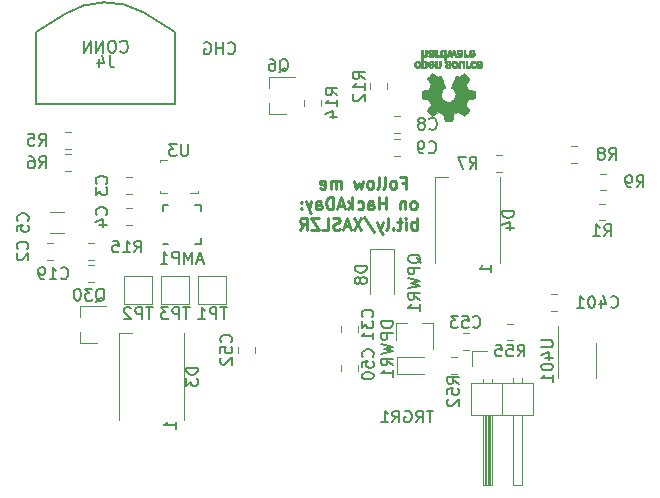
<source format=gbr>
G04 #@! TF.GenerationSoftware,KiCad,Pcbnew,5.0.2+dfsg1-1*
G04 #@! TF.CreationDate,2021-06-22T16:41:51+02:00*
G04 #@! TF.ProjectId,MainBoard,4d61696e-426f-4617-9264-2e6b69636164,rev?*
G04 #@! TF.SameCoordinates,Original*
G04 #@! TF.FileFunction,Legend,Bot*
G04 #@! TF.FilePolarity,Positive*
%FSLAX46Y46*%
G04 Gerber Fmt 4.6, Leading zero omitted, Abs format (unit mm)*
G04 Created by KiCad (PCBNEW 5.0.2+dfsg1-1) date Tue 22 Jun 2021 16:41:51 CEST*
%MOMM*%
%LPD*%
G01*
G04 APERTURE LIST*
%ADD10C,0.170000*%
%ADD11C,0.230000*%
%ADD12C,0.120000*%
%ADD13C,0.150000*%
%ADD14C,0.010000*%
G04 APERTURE END LIST*
D10*
X72889904Y-81002142D02*
X72937523Y-81049761D01*
X73080380Y-81097380D01*
X73175619Y-81097380D01*
X73318476Y-81049761D01*
X73413714Y-80954523D01*
X73461333Y-80859285D01*
X73508952Y-80668809D01*
X73508952Y-80525952D01*
X73461333Y-80335476D01*
X73413714Y-80240238D01*
X73318476Y-80145000D01*
X73175619Y-80097380D01*
X73080380Y-80097380D01*
X72937523Y-80145000D01*
X72889904Y-80192619D01*
X72270857Y-80097380D02*
X72080380Y-80097380D01*
X71985142Y-80145000D01*
X71889904Y-80240238D01*
X71842285Y-80430714D01*
X71842285Y-80764047D01*
X71889904Y-80954523D01*
X71985142Y-81049761D01*
X72080380Y-81097380D01*
X72270857Y-81097380D01*
X72366095Y-81049761D01*
X72461333Y-80954523D01*
X72508952Y-80764047D01*
X72508952Y-80430714D01*
X72461333Y-80240238D01*
X72366095Y-80145000D01*
X72270857Y-80097380D01*
X71413714Y-81097380D02*
X71413714Y-80097380D01*
X70842285Y-81097380D01*
X70842285Y-80097380D01*
X70366095Y-81097380D02*
X70366095Y-80097380D01*
X69794666Y-81097380D01*
X69794666Y-80097380D01*
X81994285Y-81129142D02*
X82041904Y-81176761D01*
X82184761Y-81224380D01*
X82280000Y-81224380D01*
X82422857Y-81176761D01*
X82518095Y-81081523D01*
X82565714Y-80986285D01*
X82613333Y-80795809D01*
X82613333Y-80652952D01*
X82565714Y-80462476D01*
X82518095Y-80367238D01*
X82422857Y-80272000D01*
X82280000Y-80224380D01*
X82184761Y-80224380D01*
X82041904Y-80272000D01*
X81994285Y-80319619D01*
X81565714Y-81224380D02*
X81565714Y-80224380D01*
X81565714Y-80700571D02*
X80994285Y-80700571D01*
X80994285Y-81224380D02*
X80994285Y-80224380D01*
X79994285Y-80272000D02*
X80089523Y-80224380D01*
X80232380Y-80224380D01*
X80375238Y-80272000D01*
X80470476Y-80367238D01*
X80518095Y-80462476D01*
X80565714Y-80652952D01*
X80565714Y-80795809D01*
X80518095Y-80986285D01*
X80470476Y-81081523D01*
X80375238Y-81176761D01*
X80232380Y-81224380D01*
X80137142Y-81224380D01*
X79994285Y-81176761D01*
X79946666Y-81129142D01*
X79946666Y-80795809D01*
X80137142Y-80795809D01*
D11*
X96719566Y-92102371D02*
X97052900Y-92102371D01*
X97052900Y-92626180D02*
X97052900Y-91626180D01*
X96576709Y-91626180D01*
X96052900Y-92626180D02*
X96148138Y-92578561D01*
X96195757Y-92530942D01*
X96243376Y-92435704D01*
X96243376Y-92149990D01*
X96195757Y-92054752D01*
X96148138Y-92007133D01*
X96052900Y-91959514D01*
X95910042Y-91959514D01*
X95814804Y-92007133D01*
X95767185Y-92054752D01*
X95719566Y-92149990D01*
X95719566Y-92435704D01*
X95767185Y-92530942D01*
X95814804Y-92578561D01*
X95910042Y-92626180D01*
X96052900Y-92626180D01*
X95148138Y-92626180D02*
X95243376Y-92578561D01*
X95290995Y-92483323D01*
X95290995Y-91626180D01*
X94624328Y-92626180D02*
X94719566Y-92578561D01*
X94767185Y-92483323D01*
X94767185Y-91626180D01*
X94100519Y-92626180D02*
X94195757Y-92578561D01*
X94243376Y-92530942D01*
X94290995Y-92435704D01*
X94290995Y-92149990D01*
X94243376Y-92054752D01*
X94195757Y-92007133D01*
X94100519Y-91959514D01*
X93957661Y-91959514D01*
X93862423Y-92007133D01*
X93814804Y-92054752D01*
X93767185Y-92149990D01*
X93767185Y-92435704D01*
X93814804Y-92530942D01*
X93862423Y-92578561D01*
X93957661Y-92626180D01*
X94100519Y-92626180D01*
X93433852Y-91959514D02*
X93243376Y-92626180D01*
X93052900Y-92149990D01*
X92862423Y-92626180D01*
X92671947Y-91959514D01*
X91529090Y-92626180D02*
X91529090Y-91959514D01*
X91529090Y-92054752D02*
X91481471Y-92007133D01*
X91386233Y-91959514D01*
X91243376Y-91959514D01*
X91148138Y-92007133D01*
X91100519Y-92102371D01*
X91100519Y-92626180D01*
X91100519Y-92102371D02*
X91052900Y-92007133D01*
X90957661Y-91959514D01*
X90814804Y-91959514D01*
X90719566Y-92007133D01*
X90671947Y-92102371D01*
X90671947Y-92626180D01*
X89814804Y-92578561D02*
X89910042Y-92626180D01*
X90100519Y-92626180D01*
X90195757Y-92578561D01*
X90243376Y-92483323D01*
X90243376Y-92102371D01*
X90195757Y-92007133D01*
X90100519Y-91959514D01*
X89910042Y-91959514D01*
X89814804Y-92007133D01*
X89767185Y-92102371D01*
X89767185Y-92197609D01*
X90243376Y-92292847D01*
X97767185Y-94356180D02*
X97862423Y-94308561D01*
X97910042Y-94260942D01*
X97957661Y-94165704D01*
X97957661Y-93879990D01*
X97910042Y-93784752D01*
X97862423Y-93737133D01*
X97767185Y-93689514D01*
X97624328Y-93689514D01*
X97529090Y-93737133D01*
X97481471Y-93784752D01*
X97433852Y-93879990D01*
X97433852Y-94165704D01*
X97481471Y-94260942D01*
X97529090Y-94308561D01*
X97624328Y-94356180D01*
X97767185Y-94356180D01*
X97005280Y-93689514D02*
X97005280Y-94356180D01*
X97005280Y-93784752D02*
X96957661Y-93737133D01*
X96862423Y-93689514D01*
X96719566Y-93689514D01*
X96624328Y-93737133D01*
X96576709Y-93832371D01*
X96576709Y-94356180D01*
X95338614Y-94356180D02*
X95338614Y-93356180D01*
X95338614Y-93832371D02*
X94767185Y-93832371D01*
X94767185Y-94356180D02*
X94767185Y-93356180D01*
X93862423Y-94356180D02*
X93862423Y-93832371D01*
X93910042Y-93737133D01*
X94005280Y-93689514D01*
X94195757Y-93689514D01*
X94290995Y-93737133D01*
X93862423Y-94308561D02*
X93957661Y-94356180D01*
X94195757Y-94356180D01*
X94290995Y-94308561D01*
X94338614Y-94213323D01*
X94338614Y-94118085D01*
X94290995Y-94022847D01*
X94195757Y-93975228D01*
X93957661Y-93975228D01*
X93862423Y-93927609D01*
X92957661Y-94308561D02*
X93052900Y-94356180D01*
X93243376Y-94356180D01*
X93338614Y-94308561D01*
X93386233Y-94260942D01*
X93433852Y-94165704D01*
X93433852Y-93879990D01*
X93386233Y-93784752D01*
X93338614Y-93737133D01*
X93243376Y-93689514D01*
X93052900Y-93689514D01*
X92957661Y-93737133D01*
X92529090Y-94356180D02*
X92529090Y-93356180D01*
X92433852Y-93975228D02*
X92148138Y-94356180D01*
X92148138Y-93689514D02*
X92529090Y-94070466D01*
X91767185Y-94070466D02*
X91290995Y-94070466D01*
X91862423Y-94356180D02*
X91529090Y-93356180D01*
X91195757Y-94356180D01*
X90862423Y-94356180D02*
X90862423Y-93356180D01*
X90624328Y-93356180D01*
X90481471Y-93403800D01*
X90386233Y-93499038D01*
X90338614Y-93594276D01*
X90290995Y-93784752D01*
X90290995Y-93927609D01*
X90338614Y-94118085D01*
X90386233Y-94213323D01*
X90481471Y-94308561D01*
X90624328Y-94356180D01*
X90862423Y-94356180D01*
X89433852Y-94356180D02*
X89433852Y-93832371D01*
X89481471Y-93737133D01*
X89576709Y-93689514D01*
X89767185Y-93689514D01*
X89862423Y-93737133D01*
X89433852Y-94308561D02*
X89529090Y-94356180D01*
X89767185Y-94356180D01*
X89862423Y-94308561D01*
X89910042Y-94213323D01*
X89910042Y-94118085D01*
X89862423Y-94022847D01*
X89767185Y-93975228D01*
X89529090Y-93975228D01*
X89433852Y-93927609D01*
X89052900Y-93689514D02*
X88814804Y-94356180D01*
X88576709Y-93689514D02*
X88814804Y-94356180D01*
X88910042Y-94594276D01*
X88957661Y-94641895D01*
X89052900Y-94689514D01*
X88195757Y-94260942D02*
X88148138Y-94308561D01*
X88195757Y-94356180D01*
X88243376Y-94308561D01*
X88195757Y-94260942D01*
X88195757Y-94356180D01*
X88195757Y-93737133D02*
X88148138Y-93784752D01*
X88195757Y-93832371D01*
X88243376Y-93784752D01*
X88195757Y-93737133D01*
X88195757Y-93832371D01*
X97957661Y-96086180D02*
X97957661Y-95086180D01*
X97957661Y-95467133D02*
X97862423Y-95419514D01*
X97671947Y-95419514D01*
X97576709Y-95467133D01*
X97529090Y-95514752D01*
X97481471Y-95609990D01*
X97481471Y-95895704D01*
X97529090Y-95990942D01*
X97576709Y-96038561D01*
X97671947Y-96086180D01*
X97862423Y-96086180D01*
X97957661Y-96038561D01*
X97052900Y-96086180D02*
X97052900Y-95419514D01*
X97052900Y-95086180D02*
X97100519Y-95133800D01*
X97052900Y-95181419D01*
X97005280Y-95133800D01*
X97052900Y-95086180D01*
X97052900Y-95181419D01*
X96719566Y-95419514D02*
X96338614Y-95419514D01*
X96576709Y-95086180D02*
X96576709Y-95943323D01*
X96529090Y-96038561D01*
X96433852Y-96086180D01*
X96338614Y-96086180D01*
X96005280Y-95990942D02*
X95957661Y-96038561D01*
X96005280Y-96086180D01*
X96052900Y-96038561D01*
X96005280Y-95990942D01*
X96005280Y-96086180D01*
X95386233Y-96086180D02*
X95481471Y-96038561D01*
X95529090Y-95943323D01*
X95529090Y-95086180D01*
X95100519Y-95419514D02*
X94862423Y-96086180D01*
X94624328Y-95419514D02*
X94862423Y-96086180D01*
X94957661Y-96324276D01*
X95005280Y-96371895D01*
X95100519Y-96419514D01*
X93529090Y-95038561D02*
X94386233Y-96324276D01*
X93290995Y-95086180D02*
X92624328Y-96086180D01*
X92624328Y-95086180D02*
X93290995Y-96086180D01*
X92290995Y-95800466D02*
X91814804Y-95800466D01*
X92386233Y-96086180D02*
X92052900Y-95086180D01*
X91719566Y-96086180D01*
X91433852Y-96038561D02*
X91290995Y-96086180D01*
X91052900Y-96086180D01*
X90957661Y-96038561D01*
X90910042Y-95990942D01*
X90862423Y-95895704D01*
X90862423Y-95800466D01*
X90910042Y-95705228D01*
X90957661Y-95657609D01*
X91052900Y-95609990D01*
X91243376Y-95562371D01*
X91338614Y-95514752D01*
X91386233Y-95467133D01*
X91433852Y-95371895D01*
X91433852Y-95276657D01*
X91386233Y-95181419D01*
X91338614Y-95133800D01*
X91243376Y-95086180D01*
X91005280Y-95086180D01*
X90862423Y-95133800D01*
X89957661Y-96086180D02*
X90433852Y-96086180D01*
X90433852Y-95086180D01*
X89719566Y-95086180D02*
X89052900Y-95086180D01*
X89719566Y-96086180D01*
X89052900Y-96086180D01*
X88100519Y-96086180D02*
X88433852Y-95609990D01*
X88671947Y-96086180D02*
X88671947Y-95086180D01*
X88290995Y-95086180D01*
X88195757Y-95133800D01*
X88148138Y-95181419D01*
X88100519Y-95276657D01*
X88100519Y-95419514D01*
X88148138Y-95514752D01*
X88195757Y-95562371D01*
X88290995Y-95609990D01*
X88671947Y-95609990D01*
D12*
G04 #@! TO.C,BT1*
X102606800Y-109085200D02*
X107806800Y-109085200D01*
X107806800Y-109085200D02*
X107806800Y-111745200D01*
X107806800Y-111745200D02*
X102606800Y-111745200D01*
X102606800Y-111745200D02*
X102606800Y-109085200D01*
X103556800Y-111745200D02*
X103556800Y-117745200D01*
X103556800Y-117745200D02*
X104316800Y-117745200D01*
X104316800Y-117745200D02*
X104316800Y-111745200D01*
X103616800Y-111745200D02*
X103616800Y-117745200D01*
X103736800Y-111745200D02*
X103736800Y-117745200D01*
X103856800Y-111745200D02*
X103856800Y-117745200D01*
X103976800Y-111745200D02*
X103976800Y-117745200D01*
X104096800Y-111745200D02*
X104096800Y-117745200D01*
X104216800Y-111745200D02*
X104216800Y-117745200D01*
X103556800Y-108755200D02*
X103556800Y-109085200D01*
X104316800Y-108755200D02*
X104316800Y-109085200D01*
X105206800Y-109085200D02*
X105206800Y-111745200D01*
X106096800Y-111745200D02*
X106096800Y-117745200D01*
X106096800Y-117745200D02*
X106856800Y-117745200D01*
X106856800Y-117745200D02*
X106856800Y-111745200D01*
X106096800Y-108688129D02*
X106096800Y-109085200D01*
X106856800Y-108688129D02*
X106856800Y-109085200D01*
X103936800Y-106375200D02*
X102666800Y-106375200D01*
X102666800Y-106375200D02*
X102666800Y-107645200D01*
G04 #@! TO.C,C401*
X109836852Y-102995400D02*
X109314348Y-102995400D01*
X109836852Y-101525400D02*
X109314348Y-101525400D01*
G04 #@! TO.C,U401*
X113116000Y-107188000D02*
X113116000Y-108688000D01*
X113116000Y-107188000D02*
X113116000Y-105688000D01*
X109896000Y-107188000D02*
X109896000Y-108688000D01*
X109896000Y-107188000D02*
X109896000Y-104263000D01*
G04 #@! TO.C,R8*
X111044222Y-89002800D02*
X111561378Y-89002800D01*
X111044222Y-90422800D02*
X111561378Y-90422800D01*
G04 #@! TO.C,R9*
X113482622Y-92759600D02*
X113999778Y-92759600D01*
X113482622Y-91339600D02*
X113999778Y-91339600D01*
G04 #@! TO.C,TP1*
X79445000Y-102419000D02*
X81845000Y-102419000D01*
X81845000Y-102419000D02*
X81845000Y-100019000D01*
X81845000Y-100019000D02*
X79445000Y-100019000D01*
X79445000Y-100019000D02*
X79445000Y-102419000D01*
G04 #@! TO.C,TP2*
X73145800Y-100019000D02*
X73145800Y-102419000D01*
X75545800Y-100019000D02*
X73145800Y-100019000D01*
X75545800Y-102419000D02*
X75545800Y-100019000D01*
X73145800Y-102419000D02*
X75545800Y-102419000D01*
G04 #@! TO.C,TP3*
X76295400Y-102419000D02*
X78695400Y-102419000D01*
X78695400Y-102419000D02*
X78695400Y-100019000D01*
X78695400Y-100019000D02*
X76295400Y-100019000D01*
X76295400Y-100019000D02*
X76295400Y-102419000D01*
G04 #@! TO.C,R1*
X113431822Y-93879600D02*
X113948978Y-93879600D01*
X113431822Y-95299600D02*
X113948978Y-95299600D01*
G04 #@! TO.C,R7*
X105211378Y-89764800D02*
X104694222Y-89764800D01*
X105211378Y-91184800D02*
X104694222Y-91184800D01*
G04 #@! TO.C,C5*
X66911136Y-96414000D02*
X68115264Y-96414000D01*
X66911136Y-94594000D02*
X68115264Y-94594000D01*
G04 #@! TO.C,D8*
X94046800Y-97698200D02*
X96046800Y-97698200D01*
X96046800Y-97698200D02*
X96046800Y-101548200D01*
X94046800Y-97698200D02*
X94046800Y-101548200D01*
D13*
G04 #@! TO.C,J4*
X77528000Y-85481600D02*
X65728000Y-85481600D01*
X65728000Y-85481600D02*
X65728000Y-79381600D01*
X65728000Y-79381600D02*
X68199000Y-77825600D01*
X77528000Y-85481600D02*
X77528000Y-79381600D01*
X77528000Y-79381600D02*
X74803000Y-77698600D01*
X74813520Y-77680084D02*
G75*
G03X68199000Y-77825600I-3185520J-5606516D01*
G01*
D12*
G04 #@! TO.C,C4*
X73842378Y-94286000D02*
X73325222Y-94286000D01*
X73842378Y-95706000D02*
X73325222Y-95706000D01*
D13*
G04 #@! TO.C,AMP1*
X79704600Y-97281400D02*
X79704600Y-96781400D01*
X76454600Y-94031400D02*
X76454600Y-94531400D01*
X79704600Y-94031400D02*
X79704600Y-94531400D01*
X76454600Y-97281400D02*
X76954600Y-97281400D01*
X76454600Y-94031400D02*
X76954600Y-94031400D01*
X79704600Y-94031400D02*
X79204600Y-94031400D01*
X79704600Y-97281400D02*
X79204600Y-97281400D01*
D12*
G04 #@! TO.C,C2*
X67187578Y-98627000D02*
X66670422Y-98627000D01*
X67187578Y-97207000D02*
X66670422Y-97207000D01*
G04 #@! TO.C,C31*
X91555500Y-104262422D02*
X91555500Y-104779578D01*
X92975500Y-104262422D02*
X92975500Y-104779578D01*
G04 #@! TO.C,R6*
X68194422Y-89714000D02*
X68711578Y-89714000D01*
X68194422Y-91134000D02*
X68711578Y-91134000D01*
G04 #@! TO.C,R5*
X68168922Y-89229000D02*
X68686078Y-89229000D01*
X68168922Y-87809000D02*
X68686078Y-87809000D01*
G04 #@! TO.C,R52*
X100833422Y-106859000D02*
X101350578Y-106859000D01*
X100833422Y-108279000D02*
X101350578Y-108279000D01*
G04 #@! TO.C,C50*
X91564592Y-107564422D02*
X91564592Y-108081578D01*
X92984592Y-107564422D02*
X92984592Y-108081578D01*
G04 #@! TO.C,C52*
X82830600Y-105989622D02*
X82830600Y-106506778D01*
X84250600Y-105989622D02*
X84250600Y-106506778D01*
G04 #@! TO.C,R55*
X106125778Y-105459600D02*
X105608622Y-105459600D01*
X106125778Y-104039600D02*
X105608622Y-104039600D01*
G04 #@! TO.C,C8*
X96524578Y-86462800D02*
X96007422Y-86462800D01*
X96524578Y-87882800D02*
X96007422Y-87882800D01*
G04 #@! TO.C,C9*
X96524578Y-89864000D02*
X96007422Y-89864000D01*
X96524578Y-88444000D02*
X96007422Y-88444000D01*
G04 #@! TO.C,C19*
X70099422Y-100532000D02*
X70616578Y-100532000D01*
X70099422Y-99112000D02*
X70616578Y-99112000D01*
G04 #@! TO.C,Q6*
X85473000Y-86289000D02*
X85473000Y-85359000D01*
X85473000Y-83129000D02*
X85473000Y-84059000D01*
X85473000Y-83129000D02*
X87633000Y-83129000D01*
X85473000Y-86289000D02*
X86933000Y-86289000D01*
G04 #@! TO.C,R12*
X94032000Y-84205578D02*
X94032000Y-83688422D01*
X95452000Y-84205578D02*
X95452000Y-83688422D01*
G04 #@! TO.C,R14*
X89864000Y-85085422D02*
X89864000Y-85602578D01*
X88444000Y-85085422D02*
X88444000Y-85602578D01*
G04 #@! TO.C,R15*
X70099422Y-98627000D02*
X70616578Y-98627000D01*
X70099422Y-97207000D02*
X70616578Y-97207000D01*
G04 #@! TO.C,C3*
X73350622Y-93064400D02*
X73867778Y-93064400D01*
X73350622Y-91644400D02*
X73867778Y-91644400D01*
G04 #@! TO.C,C53*
X101849422Y-104827000D02*
X102366578Y-104827000D01*
X101849422Y-106247000D02*
X102366578Y-106247000D01*
G04 #@! TO.C,U3*
X76865600Y-90232400D02*
X76215600Y-90232400D01*
X76215600Y-90232400D02*
X76215600Y-90382400D01*
X78785600Y-92952400D02*
X79435600Y-92952400D01*
X79435600Y-92952400D02*
X79435600Y-92802400D01*
X76865600Y-92952400D02*
X76215600Y-92952400D01*
X76215600Y-92952400D02*
X76215600Y-92802400D01*
D14*
G04 #@! TO.C,H4*
G36*
X98726041Y-82401616D02*
X98752553Y-82388518D01*
X98785247Y-82365694D01*
X98809075Y-82340804D01*
X98825394Y-82309551D01*
X98835560Y-82267634D01*
X98840928Y-82210756D01*
X98842856Y-82134616D01*
X98842969Y-82101883D01*
X98842639Y-82030144D01*
X98841273Y-81978873D01*
X98838300Y-81943396D01*
X98833151Y-81919037D01*
X98825257Y-81901120D01*
X98817043Y-81888898D01*
X98764613Y-81836895D01*
X98702870Y-81805616D01*
X98636264Y-81796208D01*
X98569242Y-81809820D01*
X98548008Y-81819446D01*
X98497176Y-81845941D01*
X98497176Y-81430748D01*
X98534275Y-81449932D01*
X98583157Y-81464775D01*
X98643239Y-81468578D01*
X98703236Y-81461557D01*
X98748544Y-81445787D01*
X98786125Y-81415753D01*
X98818236Y-81372776D01*
X98820650Y-81368364D01*
X98830833Y-81347579D01*
X98838270Y-81326630D01*
X98843389Y-81301252D01*
X98846619Y-81267182D01*
X98848387Y-81220159D01*
X98849123Y-81155918D01*
X98849256Y-81083624D01*
X98849256Y-80852978D01*
X98710939Y-80852978D01*
X98710939Y-81278267D01*
X98672251Y-81310821D01*
X98632062Y-81336860D01*
X98594003Y-81341595D01*
X98555734Y-81329411D01*
X98535338Y-81317480D01*
X98520158Y-81300487D01*
X98509362Y-81274805D01*
X98502117Y-81236809D01*
X98497592Y-81182874D01*
X98494956Y-81109375D01*
X98494028Y-81060453D01*
X98490889Y-80859265D01*
X98424874Y-80855464D01*
X98358860Y-80851664D01*
X98358860Y-82100150D01*
X98497176Y-82100150D01*
X98500703Y-82030546D01*
X98512585Y-81982231D01*
X98534780Y-81952169D01*
X98569241Y-81937329D01*
X98604058Y-81934364D01*
X98643471Y-81937772D01*
X98669629Y-81951183D01*
X98685986Y-81968904D01*
X98698863Y-81987965D01*
X98706528Y-82009199D01*
X98709939Y-82038951D01*
X98710051Y-82083564D01*
X98708903Y-82120920D01*
X98706268Y-82177196D01*
X98702344Y-82214142D01*
X98695737Y-82237577D01*
X98685051Y-82253320D01*
X98674967Y-82262420D01*
X98632830Y-82282263D01*
X98582960Y-82285468D01*
X98554324Y-82278632D01*
X98525972Y-82254336D01*
X98507191Y-82207072D01*
X98498088Y-82137176D01*
X98497176Y-82100150D01*
X98358860Y-82100150D01*
X98358860Y-82412186D01*
X98428018Y-82412186D01*
X98469540Y-82410544D01*
X98490962Y-82404713D01*
X98497174Y-82393339D01*
X98497176Y-82393002D01*
X98500058Y-82381862D01*
X98512770Y-82383127D01*
X98538043Y-82395367D01*
X98596931Y-82414093D01*
X98663185Y-82416061D01*
X98726041Y-82401616D01*
X98726041Y-82401616D01*
G37*
X98726041Y-82401616D02*
X98752553Y-82388518D01*
X98785247Y-82365694D01*
X98809075Y-82340804D01*
X98825394Y-82309551D01*
X98835560Y-82267634D01*
X98840928Y-82210756D01*
X98842856Y-82134616D01*
X98842969Y-82101883D01*
X98842639Y-82030144D01*
X98841273Y-81978873D01*
X98838300Y-81943396D01*
X98833151Y-81919037D01*
X98825257Y-81901120D01*
X98817043Y-81888898D01*
X98764613Y-81836895D01*
X98702870Y-81805616D01*
X98636264Y-81796208D01*
X98569242Y-81809820D01*
X98548008Y-81819446D01*
X98497176Y-81845941D01*
X98497176Y-81430748D01*
X98534275Y-81449932D01*
X98583157Y-81464775D01*
X98643239Y-81468578D01*
X98703236Y-81461557D01*
X98748544Y-81445787D01*
X98786125Y-81415753D01*
X98818236Y-81372776D01*
X98820650Y-81368364D01*
X98830833Y-81347579D01*
X98838270Y-81326630D01*
X98843389Y-81301252D01*
X98846619Y-81267182D01*
X98848387Y-81220159D01*
X98849123Y-81155918D01*
X98849256Y-81083624D01*
X98849256Y-80852978D01*
X98710939Y-80852978D01*
X98710939Y-81278267D01*
X98672251Y-81310821D01*
X98632062Y-81336860D01*
X98594003Y-81341595D01*
X98555734Y-81329411D01*
X98535338Y-81317480D01*
X98520158Y-81300487D01*
X98509362Y-81274805D01*
X98502117Y-81236809D01*
X98497592Y-81182874D01*
X98494956Y-81109375D01*
X98494028Y-81060453D01*
X98490889Y-80859265D01*
X98424874Y-80855464D01*
X98358860Y-80851664D01*
X98358860Y-82100150D01*
X98497176Y-82100150D01*
X98500703Y-82030546D01*
X98512585Y-81982231D01*
X98534780Y-81952169D01*
X98569241Y-81937329D01*
X98604058Y-81934364D01*
X98643471Y-81937772D01*
X98669629Y-81951183D01*
X98685986Y-81968904D01*
X98698863Y-81987965D01*
X98706528Y-82009199D01*
X98709939Y-82038951D01*
X98710051Y-82083564D01*
X98708903Y-82120920D01*
X98706268Y-82177196D01*
X98702344Y-82214142D01*
X98695737Y-82237577D01*
X98685051Y-82253320D01*
X98674967Y-82262420D01*
X98632830Y-82282263D01*
X98582960Y-82285468D01*
X98554324Y-82278632D01*
X98525972Y-82254336D01*
X98507191Y-82207072D01*
X98498088Y-82137176D01*
X98497176Y-82100150D01*
X98358860Y-82100150D01*
X98358860Y-82412186D01*
X98428018Y-82412186D01*
X98469540Y-82410544D01*
X98490962Y-82404713D01*
X98497174Y-82393339D01*
X98497176Y-82393002D01*
X98500058Y-82381862D01*
X98512770Y-82383127D01*
X98538043Y-82395367D01*
X98596931Y-82414093D01*
X98663185Y-82416061D01*
X98726041Y-82401616D01*
G36*
X99250590Y-81464245D02*
X99309745Y-81448461D01*
X99354777Y-81419852D01*
X99386554Y-81382381D01*
X99396434Y-81366389D01*
X99403727Y-81349637D01*
X99408826Y-81328208D01*
X99412121Y-81298184D01*
X99414003Y-81255646D01*
X99414863Y-81196678D01*
X99415093Y-81117360D01*
X99415097Y-81096316D01*
X99415097Y-80852978D01*
X99354741Y-80852978D01*
X99316243Y-80855674D01*
X99287777Y-80862505D01*
X99280645Y-80866717D01*
X99261148Y-80873987D01*
X99241234Y-80866717D01*
X99208447Y-80857640D01*
X99160822Y-80853987D01*
X99108036Y-80855572D01*
X99059764Y-80862211D01*
X99031582Y-80870728D01*
X98977047Y-80905737D01*
X98942965Y-80954321D01*
X98927643Y-81018918D01*
X98927501Y-81020577D01*
X98928845Y-81049234D01*
X99050444Y-81049234D01*
X99061074Y-81016639D01*
X99078390Y-80998295D01*
X99113148Y-80984421D01*
X99159027Y-80978883D01*
X99205812Y-80981609D01*
X99243286Y-80992526D01*
X99253785Y-80999531D01*
X99272132Y-81031896D01*
X99276780Y-81068689D01*
X99276780Y-81117037D01*
X99207218Y-81117037D01*
X99141133Y-81111950D01*
X99091036Y-81097537D01*
X99059871Y-81075071D01*
X99050444Y-81049234D01*
X98928845Y-81049234D01*
X98930813Y-81091153D01*
X98954090Y-81146955D01*
X98997852Y-81189153D01*
X99003901Y-81192992D01*
X99029893Y-81205491D01*
X99062065Y-81213060D01*
X99107040Y-81216739D01*
X99160469Y-81217584D01*
X99276780Y-81217631D01*
X99276780Y-81266389D01*
X99271847Y-81304219D01*
X99259257Y-81329564D01*
X99257783Y-81330913D01*
X99229766Y-81342000D01*
X99187474Y-81346297D01*
X99140736Y-81344185D01*
X99099382Y-81336044D01*
X99074843Y-81323835D01*
X99061547Y-81314054D01*
X99047506Y-81312187D01*
X99028129Y-81320200D01*
X98998824Y-81340061D01*
X98954997Y-81373737D01*
X98950975Y-81376891D01*
X98953036Y-81388564D01*
X98970232Y-81407978D01*
X98996367Y-81429552D01*
X99025248Y-81447704D01*
X99034322Y-81451991D01*
X99067420Y-81460544D01*
X99115920Y-81466645D01*
X99170105Y-81469092D01*
X99172639Y-81469097D01*
X99250590Y-81464245D01*
X99250590Y-81464245D01*
G37*
X99250590Y-81464245D02*
X99309745Y-81448461D01*
X99354777Y-81419852D01*
X99386554Y-81382381D01*
X99396434Y-81366389D01*
X99403727Y-81349637D01*
X99408826Y-81328208D01*
X99412121Y-81298184D01*
X99414003Y-81255646D01*
X99414863Y-81196678D01*
X99415093Y-81117360D01*
X99415097Y-81096316D01*
X99415097Y-80852978D01*
X99354741Y-80852978D01*
X99316243Y-80855674D01*
X99287777Y-80862505D01*
X99280645Y-80866717D01*
X99261148Y-80873987D01*
X99241234Y-80866717D01*
X99208447Y-80857640D01*
X99160822Y-80853987D01*
X99108036Y-80855572D01*
X99059764Y-80862211D01*
X99031582Y-80870728D01*
X98977047Y-80905737D01*
X98942965Y-80954321D01*
X98927643Y-81018918D01*
X98927501Y-81020577D01*
X98928845Y-81049234D01*
X99050444Y-81049234D01*
X99061074Y-81016639D01*
X99078390Y-80998295D01*
X99113148Y-80984421D01*
X99159027Y-80978883D01*
X99205812Y-80981609D01*
X99243286Y-80992526D01*
X99253785Y-80999531D01*
X99272132Y-81031896D01*
X99276780Y-81068689D01*
X99276780Y-81117037D01*
X99207218Y-81117037D01*
X99141133Y-81111950D01*
X99091036Y-81097537D01*
X99059871Y-81075071D01*
X99050444Y-81049234D01*
X98928845Y-81049234D01*
X98930813Y-81091153D01*
X98954090Y-81146955D01*
X98997852Y-81189153D01*
X99003901Y-81192992D01*
X99029893Y-81205491D01*
X99062065Y-81213060D01*
X99107040Y-81216739D01*
X99160469Y-81217584D01*
X99276780Y-81217631D01*
X99276780Y-81266389D01*
X99271847Y-81304219D01*
X99259257Y-81329564D01*
X99257783Y-81330913D01*
X99229766Y-81342000D01*
X99187474Y-81346297D01*
X99140736Y-81344185D01*
X99099382Y-81336044D01*
X99074843Y-81323835D01*
X99061547Y-81314054D01*
X99047506Y-81312187D01*
X99028129Y-81320200D01*
X98998824Y-81340061D01*
X98954997Y-81373737D01*
X98950975Y-81376891D01*
X98953036Y-81388564D01*
X98970232Y-81407978D01*
X98996367Y-81429552D01*
X99025248Y-81447704D01*
X99034322Y-81451991D01*
X99067420Y-81460544D01*
X99115920Y-81466645D01*
X99170105Y-81469092D01*
X99172639Y-81469097D01*
X99250590Y-81464245D01*
G36*
X99641444Y-81467780D02*
X99660261Y-81462140D01*
X99666327Y-81449747D01*
X99666582Y-81444153D01*
X99667671Y-81428570D01*
X99675168Y-81426124D01*
X99695419Y-81436807D01*
X99707449Y-81444106D01*
X99745400Y-81459737D01*
X99790728Y-81467466D01*
X99838256Y-81468060D01*
X99882805Y-81462287D01*
X99919198Y-81450916D01*
X99942257Y-81434712D01*
X99946804Y-81414445D01*
X99944509Y-81408957D01*
X99927780Y-81386174D01*
X99901837Y-81358153D01*
X99897145Y-81353623D01*
X99872417Y-81332795D01*
X99851082Y-81326065D01*
X99821245Y-81330762D01*
X99809292Y-81333883D01*
X99772095Y-81341379D01*
X99745941Y-81338008D01*
X99723854Y-81326119D01*
X99703622Y-81310165D01*
X99688721Y-81290100D01*
X99678366Y-81262098D01*
X99671771Y-81222333D01*
X99668151Y-81166977D01*
X99666722Y-81092206D01*
X99666582Y-81047060D01*
X99666582Y-80852978D01*
X99540840Y-80852978D01*
X99540840Y-81469117D01*
X99603711Y-81469117D01*
X99641444Y-81467780D01*
X99641444Y-81467780D01*
G37*
X99641444Y-81467780D02*
X99660261Y-81462140D01*
X99666327Y-81449747D01*
X99666582Y-81444153D01*
X99667671Y-81428570D01*
X99675168Y-81426124D01*
X99695419Y-81436807D01*
X99707449Y-81444106D01*
X99745400Y-81459737D01*
X99790728Y-81467466D01*
X99838256Y-81468060D01*
X99882805Y-81462287D01*
X99919198Y-81450916D01*
X99942257Y-81434712D01*
X99946804Y-81414445D01*
X99944509Y-81408957D01*
X99927780Y-81386174D01*
X99901837Y-81358153D01*
X99897145Y-81353623D01*
X99872417Y-81332795D01*
X99851082Y-81326065D01*
X99821245Y-81330762D01*
X99809292Y-81333883D01*
X99772095Y-81341379D01*
X99745941Y-81338008D01*
X99723854Y-81326119D01*
X99703622Y-81310165D01*
X99688721Y-81290100D01*
X99678366Y-81262098D01*
X99671771Y-81222333D01*
X99668151Y-81166977D01*
X99666722Y-81092206D01*
X99666582Y-81047060D01*
X99666582Y-80852978D01*
X99540840Y-80852978D01*
X99540840Y-81469117D01*
X99603711Y-81469117D01*
X99641444Y-81467780D01*
G36*
X100433612Y-80852978D02*
X100364454Y-80852978D01*
X100324312Y-80854155D01*
X100303406Y-80859028D01*
X100295878Y-80869614D01*
X100295295Y-80876771D01*
X100294026Y-80891124D01*
X100286021Y-80893877D01*
X100264985Y-80885029D01*
X100248627Y-80876771D01*
X100185823Y-80857203D01*
X100117552Y-80856071D01*
X100062048Y-80870665D01*
X100010362Y-80905923D01*
X99970962Y-80957965D01*
X99949387Y-81019350D01*
X99948838Y-81022782D01*
X99945633Y-81060229D01*
X99944039Y-81113987D01*
X99944167Y-81154645D01*
X100081521Y-81154645D01*
X100084703Y-81100606D01*
X100091941Y-81056065D01*
X100101740Y-81030912D01*
X100138811Y-80996540D01*
X100182826Y-80984218D01*
X100228216Y-80994182D01*
X100267003Y-81023905D01*
X100281692Y-81043895D01*
X100290281Y-81067750D01*
X100294304Y-81102570D01*
X100295295Y-81154870D01*
X100293522Y-81206661D01*
X100288837Y-81252166D01*
X100282197Y-81282619D01*
X100281090Y-81285348D01*
X100254309Y-81317800D01*
X100215221Y-81335617D01*
X100171485Y-81338494D01*
X100130762Y-81326126D01*
X100100713Y-81298207D01*
X100097596Y-81292652D01*
X100087839Y-81258778D01*
X100082523Y-81210072D01*
X100081521Y-81154645D01*
X99944167Y-81154645D01*
X99944232Y-81175260D01*
X99945136Y-81208237D01*
X99951286Y-81289819D01*
X99964067Y-81351070D01*
X99985329Y-81396351D01*
X100016922Y-81430021D01*
X100047593Y-81449786D01*
X100090446Y-81463680D01*
X100143744Y-81468446D01*
X100198320Y-81464564D01*
X100245008Y-81452518D01*
X100269676Y-81438107D01*
X100295295Y-81414922D01*
X100295295Y-81708027D01*
X100433612Y-81708027D01*
X100433612Y-80852978D01*
X100433612Y-80852978D01*
G37*
X100433612Y-80852978D02*
X100364454Y-80852978D01*
X100324312Y-80854155D01*
X100303406Y-80859028D01*
X100295878Y-80869614D01*
X100295295Y-80876771D01*
X100294026Y-80891124D01*
X100286021Y-80893877D01*
X100264985Y-80885029D01*
X100248627Y-80876771D01*
X100185823Y-80857203D01*
X100117552Y-80856071D01*
X100062048Y-80870665D01*
X100010362Y-80905923D01*
X99970962Y-80957965D01*
X99949387Y-81019350D01*
X99948838Y-81022782D01*
X99945633Y-81060229D01*
X99944039Y-81113987D01*
X99944167Y-81154645D01*
X100081521Y-81154645D01*
X100084703Y-81100606D01*
X100091941Y-81056065D01*
X100101740Y-81030912D01*
X100138811Y-80996540D01*
X100182826Y-80984218D01*
X100228216Y-80994182D01*
X100267003Y-81023905D01*
X100281692Y-81043895D01*
X100290281Y-81067750D01*
X100294304Y-81102570D01*
X100295295Y-81154870D01*
X100293522Y-81206661D01*
X100288837Y-81252166D01*
X100282197Y-81282619D01*
X100281090Y-81285348D01*
X100254309Y-81317800D01*
X100215221Y-81335617D01*
X100171485Y-81338494D01*
X100130762Y-81326126D01*
X100100713Y-81298207D01*
X100097596Y-81292652D01*
X100087839Y-81258778D01*
X100082523Y-81210072D01*
X100081521Y-81154645D01*
X99944167Y-81154645D01*
X99944232Y-81175260D01*
X99945136Y-81208237D01*
X99951286Y-81289819D01*
X99964067Y-81351070D01*
X99985329Y-81396351D01*
X100016922Y-81430021D01*
X100047593Y-81449786D01*
X100090446Y-81463680D01*
X100143744Y-81468446D01*
X100198320Y-81464564D01*
X100245008Y-81452518D01*
X100269676Y-81438107D01*
X100295295Y-81414922D01*
X100295295Y-81708027D01*
X100433612Y-81708027D01*
X100433612Y-80852978D01*
G36*
X100916324Y-81466563D02*
X100966055Y-81462829D01*
X101096091Y-81073027D01*
X101116478Y-81142186D01*
X101128746Y-81184926D01*
X101144885Y-81242685D01*
X101162312Y-81306175D01*
X101171526Y-81340230D01*
X101206188Y-81469117D01*
X101349191Y-81469117D01*
X101306446Y-81333943D01*
X101285396Y-81267458D01*
X101259967Y-81187261D01*
X101233410Y-81103607D01*
X101209702Y-81029018D01*
X101155702Y-80859265D01*
X101097398Y-80855472D01*
X101039095Y-80851678D01*
X101007479Y-80956066D01*
X100987982Y-81020911D01*
X100966704Y-81092400D01*
X100948108Y-81155537D01*
X100947374Y-81158050D01*
X100933484Y-81200831D01*
X100921229Y-81230021D01*
X100912646Y-81241059D01*
X100910882Y-81239782D01*
X100904691Y-81222670D01*
X100892928Y-81186013D01*
X100877025Y-81134422D01*
X100858414Y-81072506D01*
X100848343Y-81038448D01*
X100793807Y-80852978D01*
X100678064Y-80852978D01*
X100585537Y-81145329D01*
X100559544Y-81227338D01*
X100535866Y-81301813D01*
X100515620Y-81365256D01*
X100499926Y-81414168D01*
X100489902Y-81445051D01*
X100486855Y-81454074D01*
X100489267Y-81463313D01*
X100508208Y-81467359D01*
X100547623Y-81466954D01*
X100553793Y-81466648D01*
X100626886Y-81462829D01*
X100674757Y-81286790D01*
X100692353Y-81222589D01*
X100708077Y-81166151D01*
X100720546Y-81122378D01*
X100728374Y-81096170D01*
X100729820Y-81091897D01*
X100735814Y-81096810D01*
X100747901Y-81122268D01*
X100764693Y-81164803D01*
X100784803Y-81220950D01*
X100801803Y-81271670D01*
X100866594Y-81470296D01*
X100916324Y-81466563D01*
X100916324Y-81466563D01*
G37*
X100916324Y-81466563D02*
X100966055Y-81462829D01*
X101096091Y-81073027D01*
X101116478Y-81142186D01*
X101128746Y-81184926D01*
X101144885Y-81242685D01*
X101162312Y-81306175D01*
X101171526Y-81340230D01*
X101206188Y-81469117D01*
X101349191Y-81469117D01*
X101306446Y-81333943D01*
X101285396Y-81267458D01*
X101259967Y-81187261D01*
X101233410Y-81103607D01*
X101209702Y-81029018D01*
X101155702Y-80859265D01*
X101097398Y-80855472D01*
X101039095Y-80851678D01*
X101007479Y-80956066D01*
X100987982Y-81020911D01*
X100966704Y-81092400D01*
X100948108Y-81155537D01*
X100947374Y-81158050D01*
X100933484Y-81200831D01*
X100921229Y-81230021D01*
X100912646Y-81241059D01*
X100910882Y-81239782D01*
X100904691Y-81222670D01*
X100892928Y-81186013D01*
X100877025Y-81134422D01*
X100858414Y-81072506D01*
X100848343Y-81038448D01*
X100793807Y-80852978D01*
X100678064Y-80852978D01*
X100585537Y-81145329D01*
X100559544Y-81227338D01*
X100535866Y-81301813D01*
X100515620Y-81365256D01*
X100499926Y-81414168D01*
X100489902Y-81445051D01*
X100486855Y-81454074D01*
X100489267Y-81463313D01*
X100508208Y-81467359D01*
X100547623Y-81466954D01*
X100553793Y-81466648D01*
X100626886Y-81462829D01*
X100674757Y-81286790D01*
X100692353Y-81222589D01*
X100708077Y-81166151D01*
X100720546Y-81122378D01*
X100728374Y-81096170D01*
X100729820Y-81091897D01*
X100735814Y-81096810D01*
X100747901Y-81122268D01*
X100764693Y-81164803D01*
X100784803Y-81220950D01*
X100801803Y-81271670D01*
X100866594Y-81470296D01*
X100916324Y-81466563D01*
G36*
X101673211Y-81465383D02*
X101726211Y-81452510D01*
X101741531Y-81445690D01*
X101771228Y-81427826D01*
X101794020Y-81407707D01*
X101810883Y-81381838D01*
X101822798Y-81346727D01*
X101830742Y-81298880D01*
X101835694Y-81234804D01*
X101838631Y-81151006D01*
X101839747Y-81095032D01*
X101843852Y-80852978D01*
X101773732Y-80852978D01*
X101731193Y-80854762D01*
X101709276Y-80860858D01*
X101703612Y-80871094D01*
X101700621Y-80882163D01*
X101687251Y-80880046D01*
X101669033Y-80871171D01*
X101623424Y-80857567D01*
X101564807Y-80853901D01*
X101503154Y-80859897D01*
X101448438Y-80875279D01*
X101443530Y-80877414D01*
X101393523Y-80912545D01*
X101360556Y-80961381D01*
X101345387Y-81018467D01*
X101346546Y-81038976D01*
X101470308Y-81038976D01*
X101481213Y-81011375D01*
X101513545Y-80991596D01*
X101565710Y-80980981D01*
X101593587Y-80979572D01*
X101640047Y-80983180D01*
X101670929Y-80997203D01*
X101678464Y-81003869D01*
X101698876Y-81040134D01*
X101703612Y-81073027D01*
X101703612Y-81117037D01*
X101642313Y-81117037D01*
X101571056Y-81113405D01*
X101521076Y-81101982D01*
X101489496Y-81081976D01*
X101482426Y-81073057D01*
X101470308Y-81038976D01*
X101346546Y-81038976D01*
X101348771Y-81078344D01*
X101371463Y-81135556D01*
X101402424Y-81174220D01*
X101421176Y-81190936D01*
X101439533Y-81201922D01*
X101463419Y-81208620D01*
X101498757Y-81212474D01*
X101551469Y-81214927D01*
X101572377Y-81215632D01*
X101703612Y-81219921D01*
X101703420Y-81259642D01*
X101698337Y-81301395D01*
X101679962Y-81326642D01*
X101642839Y-81342770D01*
X101641843Y-81343058D01*
X101589210Y-81349400D01*
X101537706Y-81341116D01*
X101499430Y-81320973D01*
X101484072Y-81311027D01*
X101467530Y-81312403D01*
X101442075Y-81326813D01*
X101427128Y-81336983D01*
X101397891Y-81358712D01*
X101379780Y-81375000D01*
X101376874Y-81379663D01*
X101388840Y-81403795D01*
X101424196Y-81432615D01*
X101439553Y-81442339D01*
X101483701Y-81459086D01*
X101543198Y-81468573D01*
X101609287Y-81470705D01*
X101673211Y-81465383D01*
X101673211Y-81465383D01*
G37*
X101673211Y-81465383D02*
X101726211Y-81452510D01*
X101741531Y-81445690D01*
X101771228Y-81427826D01*
X101794020Y-81407707D01*
X101810883Y-81381838D01*
X101822798Y-81346727D01*
X101830742Y-81298880D01*
X101835694Y-81234804D01*
X101838631Y-81151006D01*
X101839747Y-81095032D01*
X101843852Y-80852978D01*
X101773732Y-80852978D01*
X101731193Y-80854762D01*
X101709276Y-80860858D01*
X101703612Y-80871094D01*
X101700621Y-80882163D01*
X101687251Y-80880046D01*
X101669033Y-80871171D01*
X101623424Y-80857567D01*
X101564807Y-80853901D01*
X101503154Y-80859897D01*
X101448438Y-80875279D01*
X101443530Y-80877414D01*
X101393523Y-80912545D01*
X101360556Y-80961381D01*
X101345387Y-81018467D01*
X101346546Y-81038976D01*
X101470308Y-81038976D01*
X101481213Y-81011375D01*
X101513545Y-80991596D01*
X101565710Y-80980981D01*
X101593587Y-80979572D01*
X101640047Y-80983180D01*
X101670929Y-80997203D01*
X101678464Y-81003869D01*
X101698876Y-81040134D01*
X101703612Y-81073027D01*
X101703612Y-81117037D01*
X101642313Y-81117037D01*
X101571056Y-81113405D01*
X101521076Y-81101982D01*
X101489496Y-81081976D01*
X101482426Y-81073057D01*
X101470308Y-81038976D01*
X101346546Y-81038976D01*
X101348771Y-81078344D01*
X101371463Y-81135556D01*
X101402424Y-81174220D01*
X101421176Y-81190936D01*
X101439533Y-81201922D01*
X101463419Y-81208620D01*
X101498757Y-81212474D01*
X101551469Y-81214927D01*
X101572377Y-81215632D01*
X101703612Y-81219921D01*
X101703420Y-81259642D01*
X101698337Y-81301395D01*
X101679962Y-81326642D01*
X101642839Y-81342770D01*
X101641843Y-81343058D01*
X101589210Y-81349400D01*
X101537706Y-81341116D01*
X101499430Y-81320973D01*
X101484072Y-81311027D01*
X101467530Y-81312403D01*
X101442075Y-81326813D01*
X101427128Y-81336983D01*
X101397891Y-81358712D01*
X101379780Y-81375000D01*
X101376874Y-81379663D01*
X101388840Y-81403795D01*
X101424196Y-81432615D01*
X101439553Y-81442339D01*
X101483701Y-81459086D01*
X101543198Y-81468573D01*
X101609287Y-81470705D01*
X101673211Y-81465383D01*
G36*
X102270055Y-81469314D02*
X102318395Y-81459785D01*
X102345914Y-81445675D01*
X102374864Y-81422232D01*
X102333676Y-81370229D01*
X102308282Y-81338736D01*
X102291038Y-81323372D01*
X102273902Y-81321024D01*
X102248827Y-81328583D01*
X102237057Y-81332859D01*
X102189070Y-81339169D01*
X102145124Y-81325644D01*
X102112860Y-81295090D01*
X102107619Y-81285348D01*
X102101912Y-81259542D01*
X102097506Y-81211983D01*
X102094611Y-81146042D01*
X102093431Y-81065090D01*
X102093414Y-81053574D01*
X102093414Y-80852978D01*
X101955097Y-80852978D01*
X101955097Y-81469117D01*
X102024256Y-81469117D01*
X102064133Y-81468075D01*
X102084907Y-81463442D01*
X102092589Y-81452951D01*
X102093414Y-81443055D01*
X102093414Y-81416994D01*
X102126545Y-81443055D01*
X102164535Y-81460835D01*
X102215570Y-81469626D01*
X102270055Y-81469314D01*
X102270055Y-81469314D01*
G37*
X102270055Y-81469314D02*
X102318395Y-81459785D01*
X102345914Y-81445675D01*
X102374864Y-81422232D01*
X102333676Y-81370229D01*
X102308282Y-81338736D01*
X102291038Y-81323372D01*
X102273902Y-81321024D01*
X102248827Y-81328583D01*
X102237057Y-81332859D01*
X102189070Y-81339169D01*
X102145124Y-81325644D01*
X102112860Y-81295090D01*
X102107619Y-81285348D01*
X102101912Y-81259542D01*
X102097506Y-81211983D01*
X102094611Y-81146042D01*
X102093431Y-81065090D01*
X102093414Y-81053574D01*
X102093414Y-80852978D01*
X101955097Y-80852978D01*
X101955097Y-81469117D01*
X102024256Y-81469117D01*
X102064133Y-81468075D01*
X102084907Y-81463442D01*
X102092589Y-81452951D01*
X102093414Y-81443055D01*
X102093414Y-81416994D01*
X102126545Y-81443055D01*
X102164535Y-81460835D01*
X102215570Y-81469626D01*
X102270055Y-81469314D01*
G36*
X102667381Y-81465830D02*
X102727485Y-81450203D01*
X102777821Y-81417952D01*
X102802193Y-81393860D01*
X102842145Y-81336905D01*
X102865042Y-81270835D01*
X102872908Y-81189618D01*
X102872948Y-81183052D01*
X102873018Y-81117037D01*
X102493064Y-81117037D01*
X102501163Y-81082458D01*
X102515787Y-81051141D01*
X102541381Y-81018509D01*
X102546735Y-81013300D01*
X102592743Y-80985106D01*
X102645210Y-80980325D01*
X102705603Y-80998874D01*
X102715840Y-81003869D01*
X102747239Y-81019055D01*
X102768270Y-81027706D01*
X102771939Y-81028507D01*
X102784748Y-81020737D01*
X102809178Y-81001728D01*
X102821579Y-80991340D01*
X102847276Y-80967479D01*
X102855715Y-80951723D01*
X102849858Y-80937229D01*
X102846728Y-80933266D01*
X102825525Y-80915921D01*
X102790538Y-80894841D01*
X102766137Y-80882535D01*
X102696872Y-80860854D01*
X102620188Y-80853829D01*
X102547565Y-80862153D01*
X102527226Y-80868114D01*
X102464276Y-80901848D01*
X102417615Y-80953755D01*
X102386973Y-81024341D01*
X102372082Y-81114108D01*
X102370447Y-81161047D01*
X102375221Y-81229387D01*
X102495790Y-81229387D01*
X102507452Y-81224335D01*
X102538798Y-81220371D01*
X102584371Y-81218032D01*
X102615246Y-81217631D01*
X102670781Y-81218017D01*
X102705833Y-81219825D01*
X102725062Y-81224027D01*
X102733130Y-81231597D01*
X102734701Y-81242582D01*
X102723921Y-81276419D01*
X102696780Y-81309860D01*
X102661077Y-81335528D01*
X102625360Y-81346028D01*
X102576848Y-81336714D01*
X102534853Y-81309787D01*
X102505736Y-81270973D01*
X102495790Y-81229387D01*
X102375221Y-81229387D01*
X102377399Y-81260564D01*
X102398855Y-81339851D01*
X102435270Y-81399537D01*
X102487097Y-81440251D01*
X102554790Y-81462621D01*
X102591462Y-81466929D01*
X102667381Y-81465830D01*
X102667381Y-81465830D01*
G37*
X102667381Y-81465830D02*
X102727485Y-81450203D01*
X102777821Y-81417952D01*
X102802193Y-81393860D01*
X102842145Y-81336905D01*
X102865042Y-81270835D01*
X102872908Y-81189618D01*
X102872948Y-81183052D01*
X102873018Y-81117037D01*
X102493064Y-81117037D01*
X102501163Y-81082458D01*
X102515787Y-81051141D01*
X102541381Y-81018509D01*
X102546735Y-81013300D01*
X102592743Y-80985106D01*
X102645210Y-80980325D01*
X102705603Y-80998874D01*
X102715840Y-81003869D01*
X102747239Y-81019055D01*
X102768270Y-81027706D01*
X102771939Y-81028507D01*
X102784748Y-81020737D01*
X102809178Y-81001728D01*
X102821579Y-80991340D01*
X102847276Y-80967479D01*
X102855715Y-80951723D01*
X102849858Y-80937229D01*
X102846728Y-80933266D01*
X102825525Y-80915921D01*
X102790538Y-80894841D01*
X102766137Y-80882535D01*
X102696872Y-80860854D01*
X102620188Y-80853829D01*
X102547565Y-80862153D01*
X102527226Y-80868114D01*
X102464276Y-80901848D01*
X102417615Y-80953755D01*
X102386973Y-81024341D01*
X102372082Y-81114108D01*
X102370447Y-81161047D01*
X102375221Y-81229387D01*
X102495790Y-81229387D01*
X102507452Y-81224335D01*
X102538798Y-81220371D01*
X102584371Y-81218032D01*
X102615246Y-81217631D01*
X102670781Y-81218017D01*
X102705833Y-81219825D01*
X102725062Y-81224027D01*
X102733130Y-81231597D01*
X102734701Y-81242582D01*
X102723921Y-81276419D01*
X102696780Y-81309860D01*
X102661077Y-81335528D01*
X102625360Y-81346028D01*
X102576848Y-81336714D01*
X102534853Y-81309787D01*
X102505736Y-81270973D01*
X102495790Y-81229387D01*
X102375221Y-81229387D01*
X102377399Y-81260564D01*
X102398855Y-81339851D01*
X102435270Y-81399537D01*
X102487097Y-81440251D01*
X102554790Y-81462621D01*
X102591462Y-81466929D01*
X102667381Y-81465830D01*
G36*
X98096539Y-82405652D02*
X98162321Y-82376569D01*
X98212260Y-82328007D01*
X98246426Y-82259892D01*
X98264893Y-82172149D01*
X98266217Y-82158449D01*
X98267254Y-82061861D01*
X98253807Y-81977198D01*
X98226692Y-81908579D01*
X98212173Y-81886506D01*
X98161599Y-81839789D01*
X98097191Y-81809532D01*
X98025134Y-81796976D01*
X97951615Y-81803361D01*
X97895728Y-81823028D01*
X97847668Y-81856171D01*
X97808388Y-81899625D01*
X97807708Y-81900642D01*
X97791756Y-81927462D01*
X97781390Y-81954432D01*
X97775112Y-81988468D01*
X97771427Y-82036490D01*
X97769803Y-82075869D01*
X97769128Y-82111581D01*
X97894845Y-82111581D01*
X97896074Y-82076030D01*
X97900534Y-82028706D01*
X97908403Y-81998335D01*
X97922593Y-81976728D01*
X97935883Y-81964106D01*
X97982998Y-81937678D01*
X98032295Y-81934147D01*
X98078207Y-81953161D01*
X98101162Y-81974469D01*
X98117704Y-81995941D01*
X98127379Y-82016487D01*
X98131626Y-82043226D01*
X98131880Y-82083277D01*
X98130572Y-82120162D01*
X98127757Y-82172853D01*
X98123295Y-82207028D01*
X98115252Y-82229320D01*
X98101697Y-82246358D01*
X98090955Y-82256097D01*
X98046023Y-82281677D01*
X97997551Y-82282953D01*
X97956906Y-82267801D01*
X97922233Y-82236158D01*
X97901576Y-82184180D01*
X97894845Y-82111581D01*
X97769128Y-82111581D01*
X97768321Y-82154179D01*
X97770852Y-82212744D01*
X97778438Y-82256793D01*
X97792119Y-82291552D01*
X97812935Y-82322249D01*
X97820653Y-82331364D01*
X97868911Y-82376779D01*
X97920672Y-82403307D01*
X97983972Y-82414421D01*
X98014839Y-82415329D01*
X98096539Y-82405652D01*
X98096539Y-82405652D01*
G37*
X98096539Y-82405652D02*
X98162321Y-82376569D01*
X98212260Y-82328007D01*
X98246426Y-82259892D01*
X98264893Y-82172149D01*
X98266217Y-82158449D01*
X98267254Y-82061861D01*
X98253807Y-81977198D01*
X98226692Y-81908579D01*
X98212173Y-81886506D01*
X98161599Y-81839789D01*
X98097191Y-81809532D01*
X98025134Y-81796976D01*
X97951615Y-81803361D01*
X97895728Y-81823028D01*
X97847668Y-81856171D01*
X97808388Y-81899625D01*
X97807708Y-81900642D01*
X97791756Y-81927462D01*
X97781390Y-81954432D01*
X97775112Y-81988468D01*
X97771427Y-82036490D01*
X97769803Y-82075869D01*
X97769128Y-82111581D01*
X97894845Y-82111581D01*
X97896074Y-82076030D01*
X97900534Y-82028706D01*
X97908403Y-81998335D01*
X97922593Y-81976728D01*
X97935883Y-81964106D01*
X97982998Y-81937678D01*
X98032295Y-81934147D01*
X98078207Y-81953161D01*
X98101162Y-81974469D01*
X98117704Y-81995941D01*
X98127379Y-82016487D01*
X98131626Y-82043226D01*
X98131880Y-82083277D01*
X98130572Y-82120162D01*
X98127757Y-82172853D01*
X98123295Y-82207028D01*
X98115252Y-82229320D01*
X98101697Y-82246358D01*
X98090955Y-82256097D01*
X98046023Y-82281677D01*
X97997551Y-82282953D01*
X97956906Y-82267801D01*
X97922233Y-82236158D01*
X97901576Y-82184180D01*
X97894845Y-82111581D01*
X97769128Y-82111581D01*
X97768321Y-82154179D01*
X97770852Y-82212744D01*
X97778438Y-82256793D01*
X97792119Y-82291552D01*
X97812935Y-82322249D01*
X97820653Y-82331364D01*
X97868911Y-82376779D01*
X97920672Y-82403307D01*
X97983972Y-82414421D01*
X98014839Y-82415329D01*
X98096539Y-82405652D01*
G36*
X99278101Y-82398186D02*
X99290632Y-82392286D01*
X99334001Y-82360517D01*
X99375010Y-82314154D01*
X99405632Y-82263104D01*
X99414341Y-82239634D01*
X99422288Y-82197709D01*
X99427026Y-82147043D01*
X99427601Y-82126121D01*
X99427671Y-82060107D01*
X99047717Y-82060107D01*
X99055817Y-82025527D01*
X99075696Y-81984630D01*
X99110453Y-81949286D01*
X99151802Y-81926518D01*
X99178151Y-81921790D01*
X99213884Y-81927527D01*
X99256518Y-81941918D01*
X99271001Y-81948538D01*
X99324560Y-81975287D01*
X99370267Y-81940424D01*
X99396642Y-81916845D01*
X99410676Y-81897383D01*
X99411386Y-81891671D01*
X99398849Y-81877827D01*
X99371372Y-81856788D01*
X99346434Y-81840375D01*
X99279136Y-81810870D01*
X99203690Y-81797516D01*
X99128912Y-81800988D01*
X99069305Y-81819137D01*
X99007859Y-81858016D01*
X98964192Y-81909205D01*
X98936874Y-81975433D01*
X98924478Y-82059429D01*
X98923379Y-82097864D01*
X98927778Y-82185939D01*
X98928318Y-82188501D01*
X99054218Y-82188501D01*
X99057685Y-82180242D01*
X99071937Y-82175687D01*
X99101330Y-82173735D01*
X99150225Y-82173283D01*
X99169052Y-82173275D01*
X99226333Y-82173957D01*
X99262659Y-82176436D01*
X99282196Y-82181357D01*
X99289110Y-82189366D01*
X99289355Y-82191938D01*
X99281464Y-82212377D01*
X99261715Y-82241011D01*
X99253225Y-82251037D01*
X99221706Y-82279392D01*
X99188851Y-82290541D01*
X99171149Y-82291473D01*
X99123261Y-82279819D01*
X99083101Y-82248515D01*
X99057627Y-82203048D01*
X99057175Y-82201567D01*
X99054218Y-82188501D01*
X98928318Y-82188501D01*
X98942408Y-82255290D01*
X98968762Y-82310775D01*
X99000993Y-82350161D01*
X99060583Y-82392869D01*
X99130632Y-82415691D01*
X99205139Y-82417754D01*
X99278101Y-82398186D01*
X99278101Y-82398186D01*
G37*
X99278101Y-82398186D02*
X99290632Y-82392286D01*
X99334001Y-82360517D01*
X99375010Y-82314154D01*
X99405632Y-82263104D01*
X99414341Y-82239634D01*
X99422288Y-82197709D01*
X99427026Y-82147043D01*
X99427601Y-82126121D01*
X99427671Y-82060107D01*
X99047717Y-82060107D01*
X99055817Y-82025527D01*
X99075696Y-81984630D01*
X99110453Y-81949286D01*
X99151802Y-81926518D01*
X99178151Y-81921790D01*
X99213884Y-81927527D01*
X99256518Y-81941918D01*
X99271001Y-81948538D01*
X99324560Y-81975287D01*
X99370267Y-81940424D01*
X99396642Y-81916845D01*
X99410676Y-81897383D01*
X99411386Y-81891671D01*
X99398849Y-81877827D01*
X99371372Y-81856788D01*
X99346434Y-81840375D01*
X99279136Y-81810870D01*
X99203690Y-81797516D01*
X99128912Y-81800988D01*
X99069305Y-81819137D01*
X99007859Y-81858016D01*
X98964192Y-81909205D01*
X98936874Y-81975433D01*
X98924478Y-82059429D01*
X98923379Y-82097864D01*
X98927778Y-82185939D01*
X98928318Y-82188501D01*
X99054218Y-82188501D01*
X99057685Y-82180242D01*
X99071937Y-82175687D01*
X99101330Y-82173735D01*
X99150225Y-82173283D01*
X99169052Y-82173275D01*
X99226333Y-82173957D01*
X99262659Y-82176436D01*
X99282196Y-82181357D01*
X99289110Y-82189366D01*
X99289355Y-82191938D01*
X99281464Y-82212377D01*
X99261715Y-82241011D01*
X99253225Y-82251037D01*
X99221706Y-82279392D01*
X99188851Y-82290541D01*
X99171149Y-82291473D01*
X99123261Y-82279819D01*
X99083101Y-82248515D01*
X99057627Y-82203048D01*
X99057175Y-82201567D01*
X99054218Y-82188501D01*
X98928318Y-82188501D01*
X98942408Y-82255290D01*
X98968762Y-82310775D01*
X99000993Y-82350161D01*
X99060583Y-82392869D01*
X99130632Y-82415691D01*
X99205139Y-82417754D01*
X99278101Y-82398186D01*
G36*
X100648817Y-82414348D02*
X100696434Y-82405318D01*
X100745834Y-82386430D01*
X100751112Y-82384023D01*
X100788574Y-82364324D01*
X100814517Y-82346019D01*
X100822903Y-82334292D01*
X100814917Y-82315168D01*
X100795520Y-82286950D01*
X100786910Y-82276416D01*
X100751428Y-82234953D01*
X100705685Y-82261942D01*
X100662150Y-82279922D01*
X100611850Y-82289533D01*
X100563612Y-82290140D01*
X100526267Y-82281109D01*
X100517305Y-82275473D01*
X100500237Y-82249629D01*
X100498163Y-82219859D01*
X100510934Y-82196603D01*
X100518488Y-82192092D01*
X100541125Y-82186491D01*
X100580915Y-82179908D01*
X100629966Y-82173617D01*
X100639015Y-82172630D01*
X100717796Y-82159002D01*
X100774936Y-82135854D01*
X100812830Y-82101048D01*
X100833879Y-82052446D01*
X100840435Y-81993082D01*
X100831377Y-81925602D01*
X100801964Y-81872612D01*
X100752078Y-81834017D01*
X100681600Y-81809719D01*
X100603365Y-81800133D01*
X100539566Y-81800248D01*
X100487816Y-81808955D01*
X100452473Y-81820975D01*
X100407817Y-81841920D01*
X100366547Y-81866226D01*
X100351879Y-81876924D01*
X100314157Y-81907716D01*
X100359652Y-81953751D01*
X100405147Y-81999787D01*
X100456872Y-81965557D01*
X100508752Y-81939848D01*
X100564151Y-81926401D01*
X100617405Y-81924982D01*
X100662849Y-81935357D01*
X100694816Y-81957293D01*
X100705138Y-81975802D01*
X100703589Y-82005486D01*
X100677940Y-82028185D01*
X100628260Y-82043860D01*
X100573831Y-82051105D01*
X100490064Y-82064927D01*
X100427833Y-82091004D01*
X100386307Y-82130101D01*
X100364653Y-82182980D01*
X100361653Y-82245674D01*
X100376471Y-82311158D01*
X100410254Y-82360656D01*
X100463305Y-82394392D01*
X100535926Y-82412593D01*
X100589728Y-82416161D01*
X100648817Y-82414348D01*
X100648817Y-82414348D01*
G37*
X100648817Y-82414348D02*
X100696434Y-82405318D01*
X100745834Y-82386430D01*
X100751112Y-82384023D01*
X100788574Y-82364324D01*
X100814517Y-82346019D01*
X100822903Y-82334292D01*
X100814917Y-82315168D01*
X100795520Y-82286950D01*
X100786910Y-82276416D01*
X100751428Y-82234953D01*
X100705685Y-82261942D01*
X100662150Y-82279922D01*
X100611850Y-82289533D01*
X100563612Y-82290140D01*
X100526267Y-82281109D01*
X100517305Y-82275473D01*
X100500237Y-82249629D01*
X100498163Y-82219859D01*
X100510934Y-82196603D01*
X100518488Y-82192092D01*
X100541125Y-82186491D01*
X100580915Y-82179908D01*
X100629966Y-82173617D01*
X100639015Y-82172630D01*
X100717796Y-82159002D01*
X100774936Y-82135854D01*
X100812830Y-82101048D01*
X100833879Y-82052446D01*
X100840435Y-81993082D01*
X100831377Y-81925602D01*
X100801964Y-81872612D01*
X100752078Y-81834017D01*
X100681600Y-81809719D01*
X100603365Y-81800133D01*
X100539566Y-81800248D01*
X100487816Y-81808955D01*
X100452473Y-81820975D01*
X100407817Y-81841920D01*
X100366547Y-81866226D01*
X100351879Y-81876924D01*
X100314157Y-81907716D01*
X100359652Y-81953751D01*
X100405147Y-81999787D01*
X100456872Y-81965557D01*
X100508752Y-81939848D01*
X100564151Y-81926401D01*
X100617405Y-81924982D01*
X100662849Y-81935357D01*
X100694816Y-81957293D01*
X100705138Y-81975802D01*
X100703589Y-82005486D01*
X100677940Y-82028185D01*
X100628260Y-82043860D01*
X100573831Y-82051105D01*
X100490064Y-82064927D01*
X100427833Y-82091004D01*
X100386307Y-82130101D01*
X100364653Y-82182980D01*
X100361653Y-82245674D01*
X100376471Y-82311158D01*
X100410254Y-82360656D01*
X100463305Y-82394392D01*
X100535926Y-82412593D01*
X100589728Y-82416161D01*
X100648817Y-82414348D01*
G36*
X101245562Y-82404745D02*
X101309163Y-82370108D01*
X101358923Y-82315428D01*
X101382368Y-82270958D01*
X101392434Y-82231679D01*
X101398956Y-82175684D01*
X101401751Y-82111179D01*
X101400636Y-82046371D01*
X101395426Y-81989466D01*
X101389341Y-81959073D01*
X101368814Y-81917494D01*
X101333263Y-81873332D01*
X101290419Y-81834713D01*
X101248011Y-81809766D01*
X101246977Y-81809370D01*
X101194353Y-81798469D01*
X101131988Y-81798199D01*
X101072724Y-81808124D01*
X101049840Y-81816078D01*
X100990902Y-81849500D01*
X100948690Y-81893289D01*
X100920956Y-81951262D01*
X100905451Y-82027235D01*
X100901943Y-82067029D01*
X100902390Y-82117034D01*
X101037176Y-82117034D01*
X101041717Y-82044068D01*
X101054786Y-81988466D01*
X101075556Y-81952939D01*
X101090352Y-81942780D01*
X101128264Y-81935696D01*
X101173327Y-81937793D01*
X101212287Y-81947988D01*
X101222504Y-81953596D01*
X101249459Y-81986262D01*
X101267251Y-82036255D01*
X101274824Y-82097095D01*
X101271125Y-82162303D01*
X101262857Y-82201547D01*
X101239120Y-82246995D01*
X101201649Y-82275404D01*
X101156520Y-82285227D01*
X101109811Y-82274913D01*
X101073932Y-82249688D01*
X101055077Y-82228875D01*
X101044072Y-82208361D01*
X101038826Y-82180597D01*
X101037249Y-82138038D01*
X101037176Y-82117034D01*
X100902390Y-82117034D01*
X100902894Y-82173220D01*
X100920188Y-82260299D01*
X100953829Y-82328270D01*
X101003818Y-82377136D01*
X101070156Y-82406901D01*
X101084401Y-82410352D01*
X101170010Y-82418455D01*
X101245562Y-82404745D01*
X101245562Y-82404745D01*
G37*
X101245562Y-82404745D02*
X101309163Y-82370108D01*
X101358923Y-82315428D01*
X101382368Y-82270958D01*
X101392434Y-82231679D01*
X101398956Y-82175684D01*
X101401751Y-82111179D01*
X101400636Y-82046371D01*
X101395426Y-81989466D01*
X101389341Y-81959073D01*
X101368814Y-81917494D01*
X101333263Y-81873332D01*
X101290419Y-81834713D01*
X101248011Y-81809766D01*
X101246977Y-81809370D01*
X101194353Y-81798469D01*
X101131988Y-81798199D01*
X101072724Y-81808124D01*
X101049840Y-81816078D01*
X100990902Y-81849500D01*
X100948690Y-81893289D01*
X100920956Y-81951262D01*
X100905451Y-82027235D01*
X100901943Y-82067029D01*
X100902390Y-82117034D01*
X101037176Y-82117034D01*
X101041717Y-82044068D01*
X101054786Y-81988466D01*
X101075556Y-81952939D01*
X101090352Y-81942780D01*
X101128264Y-81935696D01*
X101173327Y-81937793D01*
X101212287Y-81947988D01*
X101222504Y-81953596D01*
X101249459Y-81986262D01*
X101267251Y-82036255D01*
X101274824Y-82097095D01*
X101271125Y-82162303D01*
X101262857Y-82201547D01*
X101239120Y-82246995D01*
X101201649Y-82275404D01*
X101156520Y-82285227D01*
X101109811Y-82274913D01*
X101073932Y-82249688D01*
X101055077Y-82228875D01*
X101044072Y-82208361D01*
X101038826Y-82180597D01*
X101037249Y-82138038D01*
X101037176Y-82117034D01*
X100902390Y-82117034D01*
X100902894Y-82173220D01*
X100920188Y-82260299D01*
X100953829Y-82328270D01*
X101003818Y-82377136D01*
X101070156Y-82406901D01*
X101084401Y-82410352D01*
X101170010Y-82418455D01*
X101245562Y-82404745D01*
G36*
X101628167Y-82216458D02*
X101629355Y-82124237D01*
X101633697Y-82054190D01*
X101642358Y-82003419D01*
X101656504Y-81969028D01*
X101677300Y-81948121D01*
X101705910Y-81937800D01*
X101741335Y-81935164D01*
X101778436Y-81938118D01*
X101806618Y-81948911D01*
X101827043Y-81970440D01*
X101840879Y-82005601D01*
X101849291Y-82057290D01*
X101853443Y-82128406D01*
X101854503Y-82216458D01*
X101854503Y-82412186D01*
X101992820Y-82412186D01*
X101992820Y-81808621D01*
X101923662Y-81808621D01*
X101881970Y-81810311D01*
X101860501Y-81816244D01*
X101854503Y-81827507D01*
X101850891Y-81837539D01*
X101836514Y-81835417D01*
X101807536Y-81821220D01*
X101741119Y-81799320D01*
X101670675Y-81800872D01*
X101603177Y-81824653D01*
X101571033Y-81843438D01*
X101546515Y-81863778D01*
X101528604Y-81889227D01*
X101516279Y-81923342D01*
X101508523Y-81969679D01*
X101504316Y-82031793D01*
X101502640Y-82113239D01*
X101502424Y-82176222D01*
X101502424Y-82412186D01*
X101628167Y-82412186D01*
X101628167Y-82216458D01*
X101628167Y-82216458D01*
G37*
X101628167Y-82216458D02*
X101629355Y-82124237D01*
X101633697Y-82054190D01*
X101642358Y-82003419D01*
X101656504Y-81969028D01*
X101677300Y-81948121D01*
X101705910Y-81937800D01*
X101741335Y-81935164D01*
X101778436Y-81938118D01*
X101806618Y-81948911D01*
X101827043Y-81970440D01*
X101840879Y-82005601D01*
X101849291Y-82057290D01*
X101853443Y-82128406D01*
X101854503Y-82216458D01*
X101854503Y-82412186D01*
X101992820Y-82412186D01*
X101992820Y-81808621D01*
X101923662Y-81808621D01*
X101881970Y-81810311D01*
X101860501Y-81816244D01*
X101854503Y-81827507D01*
X101850891Y-81837539D01*
X101836514Y-81835417D01*
X101807536Y-81821220D01*
X101741119Y-81799320D01*
X101670675Y-81800872D01*
X101603177Y-81824653D01*
X101571033Y-81843438D01*
X101546515Y-81863778D01*
X101528604Y-81889227D01*
X101516279Y-81923342D01*
X101508523Y-81969679D01*
X101504316Y-82031793D01*
X101502640Y-82113239D01*
X101502424Y-82176222D01*
X101502424Y-82412186D01*
X101628167Y-82412186D01*
X101628167Y-82216458D01*
G36*
X102852026Y-82406920D02*
X102924880Y-82375970D01*
X102947827Y-82360905D01*
X102977154Y-82337752D01*
X102995564Y-82319547D01*
X102998761Y-82313617D01*
X102989735Y-82300460D01*
X102966637Y-82278133D01*
X102948144Y-82262550D01*
X102897528Y-82221874D01*
X102857560Y-82255505D01*
X102826674Y-82277216D01*
X102796559Y-82284710D01*
X102762092Y-82282880D01*
X102707361Y-82269272D01*
X102669686Y-82241028D01*
X102646791Y-82195367D01*
X102636397Y-82129511D01*
X102636395Y-82129469D01*
X102637294Y-82055861D01*
X102651263Y-82001854D01*
X102679128Y-81965084D01*
X102698125Y-81952632D01*
X102748576Y-81937127D01*
X102802463Y-81937117D01*
X102849346Y-81952162D01*
X102860444Y-81959513D01*
X102888276Y-81978289D01*
X102910036Y-81981366D01*
X102933504Y-81967391D01*
X102959449Y-81942290D01*
X103000516Y-81899920D01*
X102954921Y-81862336D01*
X102884474Y-81819918D01*
X102805033Y-81799015D01*
X102722015Y-81800528D01*
X102667494Y-81814389D01*
X102603770Y-81848665D01*
X102552805Y-81902588D01*
X102529651Y-81940651D01*
X102510899Y-81995264D01*
X102501515Y-82064431D01*
X102501443Y-82139393D01*
X102510624Y-82211391D01*
X102528999Y-82271663D01*
X102531893Y-82277842D01*
X102574752Y-82338449D01*
X102632779Y-82382576D01*
X102701391Y-82409307D01*
X102776001Y-82417727D01*
X102852026Y-82406920D01*
X102852026Y-82406920D01*
G37*
X102852026Y-82406920D02*
X102924880Y-82375970D01*
X102947827Y-82360905D01*
X102977154Y-82337752D01*
X102995564Y-82319547D01*
X102998761Y-82313617D01*
X102989735Y-82300460D01*
X102966637Y-82278133D01*
X102948144Y-82262550D01*
X102897528Y-82221874D01*
X102857560Y-82255505D01*
X102826674Y-82277216D01*
X102796559Y-82284710D01*
X102762092Y-82282880D01*
X102707361Y-82269272D01*
X102669686Y-82241028D01*
X102646791Y-82195367D01*
X102636397Y-82129511D01*
X102636395Y-82129469D01*
X102637294Y-82055861D01*
X102651263Y-82001854D01*
X102679128Y-81965084D01*
X102698125Y-81952632D01*
X102748576Y-81937127D01*
X102802463Y-81937117D01*
X102849346Y-81952162D01*
X102860444Y-81959513D01*
X102888276Y-81978289D01*
X102910036Y-81981366D01*
X102933504Y-81967391D01*
X102959449Y-81942290D01*
X103000516Y-81899920D01*
X102954921Y-81862336D01*
X102884474Y-81819918D01*
X102805033Y-81799015D01*
X102722015Y-81800528D01*
X102667494Y-81814389D01*
X102603770Y-81848665D01*
X102552805Y-81902588D01*
X102529651Y-81940651D01*
X102510899Y-81995264D01*
X102501515Y-82064431D01*
X102501443Y-82139393D01*
X102510624Y-82211391D01*
X102528999Y-82271663D01*
X102531893Y-82277842D01*
X102574752Y-82338449D01*
X102632779Y-82382576D01*
X102701391Y-82409307D01*
X102776001Y-82417727D01*
X102852026Y-82406920D01*
G36*
X103312698Y-82414343D02*
X103344896Y-82406521D01*
X103406625Y-82377879D01*
X103459410Y-82334133D01*
X103495941Y-82281683D01*
X103500960Y-82269907D01*
X103507845Y-82239060D01*
X103512664Y-82193429D01*
X103514305Y-82147308D01*
X103514305Y-82060107D01*
X103331978Y-82060107D01*
X103256779Y-82059822D01*
X103203803Y-82058096D01*
X103170125Y-82053619D01*
X103152820Y-82045080D01*
X103148963Y-82031170D01*
X103155629Y-82010578D01*
X103167570Y-81986485D01*
X103200880Y-81946275D01*
X103247168Y-81926242D01*
X103303744Y-81926895D01*
X103367831Y-81948699D01*
X103423217Y-81975607D01*
X103469175Y-81939268D01*
X103515133Y-81902928D01*
X103471896Y-81862981D01*
X103414174Y-81825237D01*
X103343186Y-81802480D01*
X103266829Y-81796112D01*
X103192999Y-81807532D01*
X103181087Y-81811407D01*
X103116199Y-81845294D01*
X103067930Y-81895814D01*
X103035265Y-81964475D01*
X103017185Y-82052786D01*
X103016975Y-82054679D01*
X103015356Y-82150922D01*
X103021900Y-82185258D01*
X103149652Y-82185258D01*
X103161384Y-82179978D01*
X103193238Y-82175933D01*
X103240197Y-82173624D01*
X103269954Y-82173275D01*
X103325448Y-82173494D01*
X103360146Y-82174884D01*
X103378401Y-82178549D01*
X103384566Y-82185590D01*
X103382995Y-82197110D01*
X103381678Y-82201567D01*
X103359182Y-82243445D01*
X103323803Y-82277196D01*
X103292580Y-82292027D01*
X103251101Y-82291132D01*
X103209069Y-82272636D01*
X103173812Y-82242014D01*
X103152654Y-82204738D01*
X103149652Y-82185258D01*
X103021900Y-82185258D01*
X103031490Y-82235571D01*
X103063498Y-82306609D01*
X103109501Y-82362021D01*
X103167621Y-82399791D01*
X103235980Y-82417904D01*
X103312698Y-82414343D01*
X103312698Y-82414343D01*
G37*
X103312698Y-82414343D02*
X103344896Y-82406521D01*
X103406625Y-82377879D01*
X103459410Y-82334133D01*
X103495941Y-82281683D01*
X103500960Y-82269907D01*
X103507845Y-82239060D01*
X103512664Y-82193429D01*
X103514305Y-82147308D01*
X103514305Y-82060107D01*
X103331978Y-82060107D01*
X103256779Y-82059822D01*
X103203803Y-82058096D01*
X103170125Y-82053619D01*
X103152820Y-82045080D01*
X103148963Y-82031170D01*
X103155629Y-82010578D01*
X103167570Y-81986485D01*
X103200880Y-81946275D01*
X103247168Y-81926242D01*
X103303744Y-81926895D01*
X103367831Y-81948699D01*
X103423217Y-81975607D01*
X103469175Y-81939268D01*
X103515133Y-81902928D01*
X103471896Y-81862981D01*
X103414174Y-81825237D01*
X103343186Y-81802480D01*
X103266829Y-81796112D01*
X103192999Y-81807532D01*
X103181087Y-81811407D01*
X103116199Y-81845294D01*
X103067930Y-81895814D01*
X103035265Y-81964475D01*
X103017185Y-82052786D01*
X103016975Y-82054679D01*
X103015356Y-82150922D01*
X103021900Y-82185258D01*
X103149652Y-82185258D01*
X103161384Y-82179978D01*
X103193238Y-82175933D01*
X103240197Y-82173624D01*
X103269954Y-82173275D01*
X103325448Y-82173494D01*
X103360146Y-82174884D01*
X103378401Y-82178549D01*
X103384566Y-82185590D01*
X103382995Y-82197110D01*
X103381678Y-82201567D01*
X103359182Y-82243445D01*
X103323803Y-82277196D01*
X103292580Y-82292027D01*
X103251101Y-82291132D01*
X103209069Y-82272636D01*
X103173812Y-82242014D01*
X103152654Y-82204738D01*
X103149652Y-82185258D01*
X103021900Y-82185258D01*
X103031490Y-82235571D01*
X103063498Y-82306609D01*
X103109501Y-82362021D01*
X103167621Y-82399791D01*
X103235980Y-82417904D01*
X103312698Y-82414343D01*
G36*
X99880788Y-82401798D02*
X99912083Y-82386850D01*
X99942391Y-82365259D01*
X99965482Y-82340409D01*
X99982300Y-82308713D01*
X99993794Y-82266586D01*
X100000909Y-82210442D01*
X100004593Y-82136694D01*
X100005792Y-82041756D01*
X100005811Y-82031815D01*
X100006087Y-81808621D01*
X99867770Y-81808621D01*
X99867770Y-82014382D01*
X99867672Y-82090611D01*
X99866991Y-82145861D01*
X99865149Y-82184299D01*
X99861567Y-82210094D01*
X99855668Y-82227416D01*
X99846873Y-82240432D01*
X99834620Y-82253293D01*
X99791753Y-82280927D01*
X99744957Y-82286055D01*
X99700376Y-82268583D01*
X99684872Y-82255579D01*
X99673490Y-82243353D01*
X99665319Y-82230260D01*
X99659826Y-82212185D01*
X99656480Y-82185013D01*
X99654749Y-82144630D01*
X99654103Y-82086921D01*
X99654008Y-82016668D01*
X99654008Y-81808621D01*
X99515691Y-81808621D01*
X99515691Y-82412186D01*
X99584850Y-82412186D01*
X99626372Y-82410544D01*
X99647794Y-82404713D01*
X99654005Y-82393339D01*
X99654008Y-82393002D01*
X99656890Y-82381862D01*
X99669601Y-82383126D01*
X99694874Y-82395366D01*
X99752195Y-82413376D01*
X99817763Y-82415379D01*
X99880788Y-82401798D01*
X99880788Y-82401798D01*
G37*
X99880788Y-82401798D02*
X99912083Y-82386850D01*
X99942391Y-82365259D01*
X99965482Y-82340409D01*
X99982300Y-82308713D01*
X99993794Y-82266586D01*
X100000909Y-82210442D01*
X100004593Y-82136694D01*
X100005792Y-82041756D01*
X100005811Y-82031815D01*
X100006087Y-81808621D01*
X99867770Y-81808621D01*
X99867770Y-82014382D01*
X99867672Y-82090611D01*
X99866991Y-82145861D01*
X99865149Y-82184299D01*
X99861567Y-82210094D01*
X99855668Y-82227416D01*
X99846873Y-82240432D01*
X99834620Y-82253293D01*
X99791753Y-82280927D01*
X99744957Y-82286055D01*
X99700376Y-82268583D01*
X99684872Y-82255579D01*
X99673490Y-82243353D01*
X99665319Y-82230260D01*
X99659826Y-82212185D01*
X99656480Y-82185013D01*
X99654749Y-82144630D01*
X99654103Y-82086921D01*
X99654008Y-82016668D01*
X99654008Y-81808621D01*
X99515691Y-81808621D01*
X99515691Y-82412186D01*
X99584850Y-82412186D01*
X99626372Y-82410544D01*
X99647794Y-82404713D01*
X99654005Y-82393339D01*
X99654008Y-82393002D01*
X99656890Y-82381862D01*
X99669601Y-82383126D01*
X99694874Y-82395366D01*
X99752195Y-82413376D01*
X99817763Y-82415379D01*
X99880788Y-82401798D01*
G36*
X102434260Y-82412770D02*
X102477511Y-82399555D01*
X102505358Y-82382859D01*
X102514429Y-82369655D01*
X102511932Y-82354003D01*
X102495731Y-82329415D01*
X102482032Y-82312000D01*
X102453792Y-82280517D01*
X102432575Y-82267271D01*
X102414488Y-82268136D01*
X102360835Y-82281790D01*
X102321430Y-82281170D01*
X102289432Y-82265696D01*
X102278690Y-82256639D01*
X102244305Y-82224773D01*
X102244305Y-81808621D01*
X102105988Y-81808621D01*
X102105988Y-82412186D01*
X102175147Y-82412186D01*
X102216669Y-82410544D01*
X102238091Y-82404713D01*
X102244302Y-82393339D01*
X102244305Y-82393002D01*
X102247239Y-82381087D01*
X102260504Y-82382641D01*
X102278884Y-82391237D01*
X102316846Y-82407232D01*
X102347672Y-82416855D01*
X102387336Y-82419322D01*
X102434260Y-82412770D01*
X102434260Y-82412770D01*
G37*
X102434260Y-82412770D02*
X102477511Y-82399555D01*
X102505358Y-82382859D01*
X102514429Y-82369655D01*
X102511932Y-82354003D01*
X102495731Y-82329415D01*
X102482032Y-82312000D01*
X102453792Y-82280517D01*
X102432575Y-82267271D01*
X102414488Y-82268136D01*
X102360835Y-82281790D01*
X102321430Y-82281170D01*
X102289432Y-82265696D01*
X102278690Y-82256639D01*
X102244305Y-82224773D01*
X102244305Y-81808621D01*
X102105988Y-81808621D01*
X102105988Y-82412186D01*
X102175147Y-82412186D01*
X102216669Y-82410544D01*
X102238091Y-82404713D01*
X102244302Y-82393339D01*
X102244305Y-82393002D01*
X102247239Y-82381087D01*
X102260504Y-82382641D01*
X102278884Y-82391237D01*
X102316846Y-82407232D01*
X102347672Y-82416855D01*
X102387336Y-82419322D01*
X102434260Y-82412770D01*
G36*
X101011764Y-86580782D02*
X101068612Y-86279230D01*
X101488138Y-86106288D01*
X101739784Y-86277405D01*
X101810258Y-86325050D01*
X101873963Y-86367590D01*
X101927926Y-86403085D01*
X101969173Y-86429590D01*
X101994734Y-86445164D01*
X102001695Y-86448522D01*
X102014235Y-86439886D01*
X102041031Y-86416008D01*
X102079080Y-86379941D01*
X102125379Y-86334733D01*
X102176923Y-86283436D01*
X102230709Y-86229099D01*
X102283735Y-86174772D01*
X102332995Y-86123505D01*
X102375487Y-86078349D01*
X102408207Y-86042354D01*
X102428151Y-86018570D01*
X102432919Y-86010610D01*
X102426057Y-85995935D01*
X102406820Y-85963786D01*
X102377230Y-85917308D01*
X102339310Y-85859644D01*
X102295082Y-85793940D01*
X102269454Y-85756464D01*
X102222741Y-85688032D01*
X102181232Y-85626280D01*
X102146940Y-85574281D01*
X102121880Y-85535108D01*
X102108064Y-85511835D01*
X102105988Y-85506945D01*
X102110695Y-85493045D01*
X102123523Y-85460650D01*
X102142538Y-85414315D01*
X102165803Y-85358594D01*
X102191384Y-85298042D01*
X102217345Y-85237214D01*
X102241750Y-85180664D01*
X102262663Y-85132948D01*
X102278149Y-85098619D01*
X102286272Y-85082232D01*
X102286752Y-85081588D01*
X102299507Y-85078459D01*
X102333477Y-85071479D01*
X102385140Y-85061333D01*
X102450976Y-85048708D01*
X102527464Y-85034291D01*
X102572090Y-85025977D01*
X102653821Y-85010416D01*
X102727643Y-84995608D01*
X102789821Y-84982364D01*
X102836622Y-84971495D01*
X102864309Y-84963811D01*
X102869874Y-84961373D01*
X102875326Y-84944870D01*
X102879724Y-84907600D01*
X102883072Y-84853920D01*
X102885374Y-84788188D01*
X102886632Y-84714763D01*
X102886848Y-84638004D01*
X102886027Y-84562268D01*
X102884171Y-84491914D01*
X102881282Y-84431300D01*
X102877365Y-84384784D01*
X102872422Y-84356725D01*
X102869457Y-84350884D01*
X102851734Y-84343883D01*
X102814181Y-84333873D01*
X102761764Y-84322031D01*
X102699452Y-84309533D01*
X102677700Y-84305490D01*
X102572824Y-84286280D01*
X102489980Y-84270809D01*
X102426430Y-84258463D01*
X102379437Y-84248627D01*
X102346263Y-84240686D01*
X102324171Y-84234024D01*
X102310424Y-84228027D01*
X102302284Y-84222081D01*
X102301145Y-84220906D01*
X102289777Y-84201974D01*
X102272435Y-84165131D01*
X102250850Y-84114887D01*
X102226754Y-84055754D01*
X102201879Y-83992244D01*
X102177957Y-83928868D01*
X102156719Y-83870138D01*
X102139897Y-83820565D01*
X102129222Y-83784661D01*
X102126427Y-83766938D01*
X102126660Y-83766317D01*
X102136131Y-83751830D01*
X102157618Y-83719956D01*
X102188863Y-83674011D01*
X102227607Y-83617315D01*
X102271593Y-83553183D01*
X102284119Y-83534958D01*
X102328784Y-83468886D01*
X102368088Y-83408600D01*
X102399888Y-83357565D01*
X102422045Y-83319240D01*
X102432417Y-83297089D01*
X102432919Y-83294368D01*
X102424205Y-83280064D01*
X102400125Y-83251728D01*
X102363776Y-83212404D01*
X102318253Y-83165139D01*
X102266652Y-83112977D01*
X102212067Y-83058965D01*
X102157594Y-83006147D01*
X102106329Y-82957569D01*
X102061367Y-82916277D01*
X102025804Y-82885315D01*
X102002735Y-82867730D01*
X101996354Y-82864859D01*
X101981499Y-82871622D01*
X101951086Y-82889861D01*
X101910068Y-82916503D01*
X101878509Y-82937948D01*
X101821325Y-82977297D01*
X101753606Y-83023629D01*
X101685680Y-83069887D01*
X101649161Y-83094645D01*
X101525552Y-83178253D01*
X101421791Y-83122150D01*
X101374520Y-83097572D01*
X101334323Y-83078469D01*
X101307126Y-83067573D01*
X101300202Y-83066057D01*
X101291877Y-83077251D01*
X101275454Y-83108883D01*
X101252157Y-83158035D01*
X101223214Y-83221790D01*
X101189850Y-83297229D01*
X101153291Y-83381436D01*
X101114764Y-83471492D01*
X101075494Y-83564479D01*
X101036708Y-83657480D01*
X100999630Y-83747577D01*
X100965489Y-83831852D01*
X100935508Y-83907387D01*
X100910916Y-83971266D01*
X100892936Y-84020569D01*
X100882797Y-84052379D01*
X100881166Y-84063304D01*
X100894091Y-84077239D01*
X100922389Y-84099860D01*
X100960146Y-84126467D01*
X100963315Y-84128572D01*
X101060900Y-84206686D01*
X101139586Y-84297818D01*
X101198691Y-84399055D01*
X101237532Y-84507482D01*
X101255428Y-84620186D01*
X101251697Y-84734252D01*
X101225657Y-84846766D01*
X101176625Y-84954815D01*
X101162200Y-84978455D01*
X101087169Y-85073913D01*
X100998530Y-85150568D01*
X100899349Y-85208020D01*
X100792695Y-85245871D01*
X100681636Y-85263722D01*
X100569239Y-85261175D01*
X100458573Y-85237830D01*
X100352706Y-85193290D01*
X100254705Y-85127155D01*
X100224390Y-85100313D01*
X100147238Y-85016288D01*
X100091018Y-84927834D01*
X100052453Y-84828685D01*
X100030974Y-84730497D01*
X100025672Y-84620103D01*
X100043352Y-84509160D01*
X100082219Y-84401419D01*
X100140477Y-84300631D01*
X100216331Y-84210544D01*
X100307983Y-84134908D01*
X100320028Y-84126936D01*
X100358189Y-84100826D01*
X100387199Y-84078205D01*
X100401068Y-84063761D01*
X100401269Y-84063304D01*
X100398292Y-84047679D01*
X100386489Y-84012218D01*
X100367086Y-83959838D01*
X100341312Y-83893455D01*
X100310391Y-83815986D01*
X100275551Y-83730350D01*
X100238017Y-83639463D01*
X100199017Y-83546241D01*
X100159777Y-83453603D01*
X100121524Y-83364465D01*
X100085483Y-83281745D01*
X100052883Y-83208359D01*
X100024948Y-83147225D01*
X100002905Y-83101259D01*
X99987982Y-83073379D01*
X99981972Y-83066057D01*
X99963609Y-83071759D01*
X99929248Y-83087051D01*
X99884816Y-83109201D01*
X99860383Y-83122150D01*
X99756622Y-83178253D01*
X99633013Y-83094645D01*
X99569914Y-83051813D01*
X99500830Y-83004678D01*
X99436093Y-82960297D01*
X99403666Y-82937948D01*
X99358059Y-82907323D01*
X99319440Y-82883053D01*
X99292848Y-82868213D01*
X99284210Y-82865076D01*
X99271639Y-82873539D01*
X99243816Y-82897164D01*
X99203439Y-82933498D01*
X99153205Y-82980089D01*
X99095812Y-83034483D01*
X99059514Y-83069408D01*
X98996010Y-83131804D01*
X98941127Y-83187612D01*
X98897086Y-83234446D01*
X98866105Y-83269918D01*
X98850402Y-83291639D01*
X98848895Y-83296048D01*
X98855886Y-83312815D01*
X98875206Y-83346718D01*
X98904709Y-83394324D01*
X98942255Y-83452201D01*
X98985700Y-83516916D01*
X98998055Y-83534958D01*
X99043073Y-83600533D01*
X99083460Y-83659572D01*
X99116960Y-83708758D01*
X99141314Y-83744772D01*
X99154264Y-83764298D01*
X99155515Y-83766317D01*
X99153644Y-83781878D01*
X99143713Y-83816091D01*
X99127453Y-83864445D01*
X99106595Y-83922429D01*
X99082873Y-83985530D01*
X99058016Y-84049237D01*
X99033758Y-84109039D01*
X99011829Y-84160424D01*
X98993962Y-84198881D01*
X98981887Y-84219898D01*
X98981029Y-84220906D01*
X98973646Y-84226912D01*
X98961175Y-84232852D01*
X98940880Y-84239340D01*
X98910022Y-84246991D01*
X98865866Y-84256420D01*
X98805674Y-84268241D01*
X98726707Y-84283071D01*
X98626230Y-84301523D01*
X98604475Y-84305490D01*
X98539998Y-84317947D01*
X98483789Y-84330134D01*
X98440813Y-84340874D01*
X98416040Y-84348991D01*
X98412718Y-84350884D01*
X98407244Y-84367662D01*
X98402794Y-84405155D01*
X98399372Y-84459006D01*
X98396981Y-84524856D01*
X98395623Y-84598347D01*
X98395301Y-84675120D01*
X98396019Y-84750817D01*
X98397779Y-84821080D01*
X98400584Y-84881550D01*
X98404438Y-84927870D01*
X98409343Y-84955681D01*
X98412300Y-84961373D01*
X98428763Y-84967114D01*
X98466249Y-84976455D01*
X98521025Y-84988585D01*
X98589355Y-85002693D01*
X98667506Y-85017970D01*
X98710084Y-85025977D01*
X98790871Y-85041079D01*
X98862913Y-85054760D01*
X98922689Y-85066333D01*
X98966679Y-85075113D01*
X98991361Y-85080413D01*
X98995423Y-85081588D01*
X99002289Y-85094835D01*
X99016802Y-85126743D01*
X99037029Y-85172753D01*
X99061034Y-85228308D01*
X99086882Y-85288847D01*
X99112640Y-85349814D01*
X99136373Y-85406649D01*
X99156146Y-85454794D01*
X99170024Y-85489690D01*
X99176074Y-85506779D01*
X99176186Y-85507526D01*
X99169328Y-85521007D01*
X99150102Y-85552030D01*
X99120528Y-85597511D01*
X99082627Y-85654368D01*
X99038420Y-85719517D01*
X99012721Y-85756938D01*
X98965893Y-85825553D01*
X98924301Y-85887848D01*
X98889975Y-85940671D01*
X98864943Y-85980873D01*
X98851235Y-86005300D01*
X98849256Y-86010776D01*
X98857766Y-86023522D01*
X98881293Y-86050737D01*
X98916832Y-86089372D01*
X98961377Y-86136377D01*
X99011923Y-86188705D01*
X99065464Y-86243305D01*
X99118995Y-86297130D01*
X99169511Y-86347130D01*
X99214006Y-86390257D01*
X99249475Y-86423461D01*
X99272913Y-86443694D01*
X99280754Y-86448522D01*
X99293520Y-86441733D01*
X99324056Y-86422658D01*
X99369390Y-86393239D01*
X99426556Y-86355419D01*
X99492584Y-86311139D01*
X99542390Y-86277405D01*
X99794036Y-86106288D01*
X100003799Y-86192759D01*
X100213563Y-86279230D01*
X100270411Y-86580782D01*
X100327260Y-86882334D01*
X100954915Y-86882334D01*
X101011764Y-86580782D01*
X101011764Y-86580782D01*
G37*
X101011764Y-86580782D02*
X101068612Y-86279230D01*
X101488138Y-86106288D01*
X101739784Y-86277405D01*
X101810258Y-86325050D01*
X101873963Y-86367590D01*
X101927926Y-86403085D01*
X101969173Y-86429590D01*
X101994734Y-86445164D01*
X102001695Y-86448522D01*
X102014235Y-86439886D01*
X102041031Y-86416008D01*
X102079080Y-86379941D01*
X102125379Y-86334733D01*
X102176923Y-86283436D01*
X102230709Y-86229099D01*
X102283735Y-86174772D01*
X102332995Y-86123505D01*
X102375487Y-86078349D01*
X102408207Y-86042354D01*
X102428151Y-86018570D01*
X102432919Y-86010610D01*
X102426057Y-85995935D01*
X102406820Y-85963786D01*
X102377230Y-85917308D01*
X102339310Y-85859644D01*
X102295082Y-85793940D01*
X102269454Y-85756464D01*
X102222741Y-85688032D01*
X102181232Y-85626280D01*
X102146940Y-85574281D01*
X102121880Y-85535108D01*
X102108064Y-85511835D01*
X102105988Y-85506945D01*
X102110695Y-85493045D01*
X102123523Y-85460650D01*
X102142538Y-85414315D01*
X102165803Y-85358594D01*
X102191384Y-85298042D01*
X102217345Y-85237214D01*
X102241750Y-85180664D01*
X102262663Y-85132948D01*
X102278149Y-85098619D01*
X102286272Y-85082232D01*
X102286752Y-85081588D01*
X102299507Y-85078459D01*
X102333477Y-85071479D01*
X102385140Y-85061333D01*
X102450976Y-85048708D01*
X102527464Y-85034291D01*
X102572090Y-85025977D01*
X102653821Y-85010416D01*
X102727643Y-84995608D01*
X102789821Y-84982364D01*
X102836622Y-84971495D01*
X102864309Y-84963811D01*
X102869874Y-84961373D01*
X102875326Y-84944870D01*
X102879724Y-84907600D01*
X102883072Y-84853920D01*
X102885374Y-84788188D01*
X102886632Y-84714763D01*
X102886848Y-84638004D01*
X102886027Y-84562268D01*
X102884171Y-84491914D01*
X102881282Y-84431300D01*
X102877365Y-84384784D01*
X102872422Y-84356725D01*
X102869457Y-84350884D01*
X102851734Y-84343883D01*
X102814181Y-84333873D01*
X102761764Y-84322031D01*
X102699452Y-84309533D01*
X102677700Y-84305490D01*
X102572824Y-84286280D01*
X102489980Y-84270809D01*
X102426430Y-84258463D01*
X102379437Y-84248627D01*
X102346263Y-84240686D01*
X102324171Y-84234024D01*
X102310424Y-84228027D01*
X102302284Y-84222081D01*
X102301145Y-84220906D01*
X102289777Y-84201974D01*
X102272435Y-84165131D01*
X102250850Y-84114887D01*
X102226754Y-84055754D01*
X102201879Y-83992244D01*
X102177957Y-83928868D01*
X102156719Y-83870138D01*
X102139897Y-83820565D01*
X102129222Y-83784661D01*
X102126427Y-83766938D01*
X102126660Y-83766317D01*
X102136131Y-83751830D01*
X102157618Y-83719956D01*
X102188863Y-83674011D01*
X102227607Y-83617315D01*
X102271593Y-83553183D01*
X102284119Y-83534958D01*
X102328784Y-83468886D01*
X102368088Y-83408600D01*
X102399888Y-83357565D01*
X102422045Y-83319240D01*
X102432417Y-83297089D01*
X102432919Y-83294368D01*
X102424205Y-83280064D01*
X102400125Y-83251728D01*
X102363776Y-83212404D01*
X102318253Y-83165139D01*
X102266652Y-83112977D01*
X102212067Y-83058965D01*
X102157594Y-83006147D01*
X102106329Y-82957569D01*
X102061367Y-82916277D01*
X102025804Y-82885315D01*
X102002735Y-82867730D01*
X101996354Y-82864859D01*
X101981499Y-82871622D01*
X101951086Y-82889861D01*
X101910068Y-82916503D01*
X101878509Y-82937948D01*
X101821325Y-82977297D01*
X101753606Y-83023629D01*
X101685680Y-83069887D01*
X101649161Y-83094645D01*
X101525552Y-83178253D01*
X101421791Y-83122150D01*
X101374520Y-83097572D01*
X101334323Y-83078469D01*
X101307126Y-83067573D01*
X101300202Y-83066057D01*
X101291877Y-83077251D01*
X101275454Y-83108883D01*
X101252157Y-83158035D01*
X101223214Y-83221790D01*
X101189850Y-83297229D01*
X101153291Y-83381436D01*
X101114764Y-83471492D01*
X101075494Y-83564479D01*
X101036708Y-83657480D01*
X100999630Y-83747577D01*
X100965489Y-83831852D01*
X100935508Y-83907387D01*
X100910916Y-83971266D01*
X100892936Y-84020569D01*
X100882797Y-84052379D01*
X100881166Y-84063304D01*
X100894091Y-84077239D01*
X100922389Y-84099860D01*
X100960146Y-84126467D01*
X100963315Y-84128572D01*
X101060900Y-84206686D01*
X101139586Y-84297818D01*
X101198691Y-84399055D01*
X101237532Y-84507482D01*
X101255428Y-84620186D01*
X101251697Y-84734252D01*
X101225657Y-84846766D01*
X101176625Y-84954815D01*
X101162200Y-84978455D01*
X101087169Y-85073913D01*
X100998530Y-85150568D01*
X100899349Y-85208020D01*
X100792695Y-85245871D01*
X100681636Y-85263722D01*
X100569239Y-85261175D01*
X100458573Y-85237830D01*
X100352706Y-85193290D01*
X100254705Y-85127155D01*
X100224390Y-85100313D01*
X100147238Y-85016288D01*
X100091018Y-84927834D01*
X100052453Y-84828685D01*
X100030974Y-84730497D01*
X100025672Y-84620103D01*
X100043352Y-84509160D01*
X100082219Y-84401419D01*
X100140477Y-84300631D01*
X100216331Y-84210544D01*
X100307983Y-84134908D01*
X100320028Y-84126936D01*
X100358189Y-84100826D01*
X100387199Y-84078205D01*
X100401068Y-84063761D01*
X100401269Y-84063304D01*
X100398292Y-84047679D01*
X100386489Y-84012218D01*
X100367086Y-83959838D01*
X100341312Y-83893455D01*
X100310391Y-83815986D01*
X100275551Y-83730350D01*
X100238017Y-83639463D01*
X100199017Y-83546241D01*
X100159777Y-83453603D01*
X100121524Y-83364465D01*
X100085483Y-83281745D01*
X100052883Y-83208359D01*
X100024948Y-83147225D01*
X100002905Y-83101259D01*
X99987982Y-83073379D01*
X99981972Y-83066057D01*
X99963609Y-83071759D01*
X99929248Y-83087051D01*
X99884816Y-83109201D01*
X99860383Y-83122150D01*
X99756622Y-83178253D01*
X99633013Y-83094645D01*
X99569914Y-83051813D01*
X99500830Y-83004678D01*
X99436093Y-82960297D01*
X99403666Y-82937948D01*
X99358059Y-82907323D01*
X99319440Y-82883053D01*
X99292848Y-82868213D01*
X99284210Y-82865076D01*
X99271639Y-82873539D01*
X99243816Y-82897164D01*
X99203439Y-82933498D01*
X99153205Y-82980089D01*
X99095812Y-83034483D01*
X99059514Y-83069408D01*
X98996010Y-83131804D01*
X98941127Y-83187612D01*
X98897086Y-83234446D01*
X98866105Y-83269918D01*
X98850402Y-83291639D01*
X98848895Y-83296048D01*
X98855886Y-83312815D01*
X98875206Y-83346718D01*
X98904709Y-83394324D01*
X98942255Y-83452201D01*
X98985700Y-83516916D01*
X98998055Y-83534958D01*
X99043073Y-83600533D01*
X99083460Y-83659572D01*
X99116960Y-83708758D01*
X99141314Y-83744772D01*
X99154264Y-83764298D01*
X99155515Y-83766317D01*
X99153644Y-83781878D01*
X99143713Y-83816091D01*
X99127453Y-83864445D01*
X99106595Y-83922429D01*
X99082873Y-83985530D01*
X99058016Y-84049237D01*
X99033758Y-84109039D01*
X99011829Y-84160424D01*
X98993962Y-84198881D01*
X98981887Y-84219898D01*
X98981029Y-84220906D01*
X98973646Y-84226912D01*
X98961175Y-84232852D01*
X98940880Y-84239340D01*
X98910022Y-84246991D01*
X98865866Y-84256420D01*
X98805674Y-84268241D01*
X98726707Y-84283071D01*
X98626230Y-84301523D01*
X98604475Y-84305490D01*
X98539998Y-84317947D01*
X98483789Y-84330134D01*
X98440813Y-84340874D01*
X98416040Y-84348991D01*
X98412718Y-84350884D01*
X98407244Y-84367662D01*
X98402794Y-84405155D01*
X98399372Y-84459006D01*
X98396981Y-84524856D01*
X98395623Y-84598347D01*
X98395301Y-84675120D01*
X98396019Y-84750817D01*
X98397779Y-84821080D01*
X98400584Y-84881550D01*
X98404438Y-84927870D01*
X98409343Y-84955681D01*
X98412300Y-84961373D01*
X98428763Y-84967114D01*
X98466249Y-84976455D01*
X98521025Y-84988585D01*
X98589355Y-85002693D01*
X98667506Y-85017970D01*
X98710084Y-85025977D01*
X98790871Y-85041079D01*
X98862913Y-85054760D01*
X98922689Y-85066333D01*
X98966679Y-85075113D01*
X98991361Y-85080413D01*
X98995423Y-85081588D01*
X99002289Y-85094835D01*
X99016802Y-85126743D01*
X99037029Y-85172753D01*
X99061034Y-85228308D01*
X99086882Y-85288847D01*
X99112640Y-85349814D01*
X99136373Y-85406649D01*
X99156146Y-85454794D01*
X99170024Y-85489690D01*
X99176074Y-85506779D01*
X99176186Y-85507526D01*
X99169328Y-85521007D01*
X99150102Y-85552030D01*
X99120528Y-85597511D01*
X99082627Y-85654368D01*
X99038420Y-85719517D01*
X99012721Y-85756938D01*
X98965893Y-85825553D01*
X98924301Y-85887848D01*
X98889975Y-85940671D01*
X98864943Y-85980873D01*
X98851235Y-86005300D01*
X98849256Y-86010776D01*
X98857766Y-86023522D01*
X98881293Y-86050737D01*
X98916832Y-86089372D01*
X98961377Y-86136377D01*
X99011923Y-86188705D01*
X99065464Y-86243305D01*
X99118995Y-86297130D01*
X99169511Y-86347130D01*
X99214006Y-86390257D01*
X99249475Y-86423461D01*
X99272913Y-86443694D01*
X99280754Y-86448522D01*
X99293520Y-86441733D01*
X99324056Y-86422658D01*
X99369390Y-86393239D01*
X99426556Y-86355419D01*
X99492584Y-86311139D01*
X99542390Y-86277405D01*
X99794036Y-86106288D01*
X100003799Y-86192759D01*
X100213563Y-86279230D01*
X100270411Y-86580782D01*
X100327260Y-86882334D01*
X100954915Y-86882334D01*
X101011764Y-86580782D01*
D12*
G04 #@! TO.C,DPWR1*
X98590000Y-108304000D02*
X96305000Y-108304000D01*
X96305000Y-108304000D02*
X96305000Y-106834000D01*
X96305000Y-106834000D02*
X98590000Y-106834000D01*
G04 #@! TO.C,D4*
X99485000Y-91600000D02*
X100635000Y-91600000D01*
X99485000Y-98900000D02*
X99485000Y-91600000D01*
X104985000Y-98900000D02*
X104985000Y-91600000D01*
G04 #@! TO.C,D3*
X72751500Y-104871500D02*
X73901500Y-104871500D01*
X72751500Y-112171500D02*
X72751500Y-104871500D01*
X78251500Y-112171500D02*
X78251500Y-104871500D01*
G04 #@! TO.C,Q30*
X69471000Y-105720000D02*
X69471000Y-104790000D01*
X69471000Y-102560000D02*
X69471000Y-103490000D01*
X69471000Y-102560000D02*
X71631000Y-102560000D01*
X69471000Y-105720000D02*
X70931000Y-105720000D01*
G04 #@! TO.C,QPWR1*
X96210000Y-104015000D02*
X97140000Y-104015000D01*
X99370000Y-104015000D02*
X98440000Y-104015000D01*
X99370000Y-104015000D02*
X99370000Y-106175000D01*
X96210000Y-104015000D02*
X96210000Y-105475000D01*
G04 #@! TO.C,C401*
D13*
X114403047Y-102617542D02*
X114450666Y-102665161D01*
X114593523Y-102712780D01*
X114688761Y-102712780D01*
X114831619Y-102665161D01*
X114926857Y-102569923D01*
X114974476Y-102474685D01*
X115022095Y-102284209D01*
X115022095Y-102141352D01*
X114974476Y-101950876D01*
X114926857Y-101855638D01*
X114831619Y-101760400D01*
X114688761Y-101712780D01*
X114593523Y-101712780D01*
X114450666Y-101760400D01*
X114403047Y-101808019D01*
X113545904Y-102046114D02*
X113545904Y-102712780D01*
X113784000Y-101665161D02*
X114022095Y-102379447D01*
X113403047Y-102379447D01*
X112831619Y-101712780D02*
X112736380Y-101712780D01*
X112641142Y-101760400D01*
X112593523Y-101808019D01*
X112545904Y-101903257D01*
X112498285Y-102093733D01*
X112498285Y-102331828D01*
X112545904Y-102522304D01*
X112593523Y-102617542D01*
X112641142Y-102665161D01*
X112736380Y-102712780D01*
X112831619Y-102712780D01*
X112926857Y-102665161D01*
X112974476Y-102617542D01*
X113022095Y-102522304D01*
X113069714Y-102331828D01*
X113069714Y-102093733D01*
X113022095Y-101903257D01*
X112974476Y-101808019D01*
X112926857Y-101760400D01*
X112831619Y-101712780D01*
X111545904Y-102712780D02*
X112117333Y-102712780D01*
X111831619Y-102712780D02*
X111831619Y-101712780D01*
X111926857Y-101855638D01*
X112022095Y-101950876D01*
X112117333Y-101998495D01*
G04 #@! TO.C,U401*
X108508380Y-105473714D02*
X109317904Y-105473714D01*
X109413142Y-105521333D01*
X109460761Y-105568952D01*
X109508380Y-105664190D01*
X109508380Y-105854666D01*
X109460761Y-105949904D01*
X109413142Y-105997523D01*
X109317904Y-106045142D01*
X108508380Y-106045142D01*
X108841714Y-106949904D02*
X109508380Y-106949904D01*
X108460761Y-106711809D02*
X109175047Y-106473714D01*
X109175047Y-107092761D01*
X108508380Y-107664190D02*
X108508380Y-107759428D01*
X108556000Y-107854666D01*
X108603619Y-107902285D01*
X108698857Y-107949904D01*
X108889333Y-107997523D01*
X109127428Y-107997523D01*
X109317904Y-107949904D01*
X109413142Y-107902285D01*
X109460761Y-107854666D01*
X109508380Y-107759428D01*
X109508380Y-107664190D01*
X109460761Y-107568952D01*
X109413142Y-107521333D01*
X109317904Y-107473714D01*
X109127428Y-107426095D01*
X108889333Y-107426095D01*
X108698857Y-107473714D01*
X108603619Y-107521333D01*
X108556000Y-107568952D01*
X108508380Y-107664190D01*
X109508380Y-108949904D02*
X109508380Y-108378476D01*
X109508380Y-108664190D02*
X108508380Y-108664190D01*
X108651238Y-108568952D01*
X108746476Y-108473714D01*
X108794095Y-108378476D01*
G04 #@! TO.C,R8*
X114263466Y-90165180D02*
X114596800Y-89688990D01*
X114834895Y-90165180D02*
X114834895Y-89165180D01*
X114453942Y-89165180D01*
X114358704Y-89212800D01*
X114311085Y-89260419D01*
X114263466Y-89355657D01*
X114263466Y-89498514D01*
X114311085Y-89593752D01*
X114358704Y-89641371D01*
X114453942Y-89688990D01*
X114834895Y-89688990D01*
X113692038Y-89593752D02*
X113787276Y-89546133D01*
X113834895Y-89498514D01*
X113882514Y-89403276D01*
X113882514Y-89355657D01*
X113834895Y-89260419D01*
X113787276Y-89212800D01*
X113692038Y-89165180D01*
X113501561Y-89165180D01*
X113406323Y-89212800D01*
X113358704Y-89260419D01*
X113311085Y-89355657D01*
X113311085Y-89403276D01*
X113358704Y-89498514D01*
X113406323Y-89546133D01*
X113501561Y-89593752D01*
X113692038Y-89593752D01*
X113787276Y-89641371D01*
X113834895Y-89688990D01*
X113882514Y-89784228D01*
X113882514Y-89974704D01*
X113834895Y-90069942D01*
X113787276Y-90117561D01*
X113692038Y-90165180D01*
X113501561Y-90165180D01*
X113406323Y-90117561D01*
X113358704Y-90069942D01*
X113311085Y-89974704D01*
X113311085Y-89784228D01*
X113358704Y-89688990D01*
X113406323Y-89641371D01*
X113501561Y-89593752D01*
G04 #@! TO.C,R9*
X116600266Y-92501980D02*
X116933600Y-92025790D01*
X117171695Y-92501980D02*
X117171695Y-91501980D01*
X116790742Y-91501980D01*
X116695504Y-91549600D01*
X116647885Y-91597219D01*
X116600266Y-91692457D01*
X116600266Y-91835314D01*
X116647885Y-91930552D01*
X116695504Y-91978171D01*
X116790742Y-92025790D01*
X117171695Y-92025790D01*
X116124076Y-92501980D02*
X115933600Y-92501980D01*
X115838361Y-92454361D01*
X115790742Y-92406742D01*
X115695504Y-92263885D01*
X115647885Y-92073409D01*
X115647885Y-91692457D01*
X115695504Y-91597219D01*
X115743123Y-91549600D01*
X115838361Y-91501980D01*
X116028838Y-91501980D01*
X116124076Y-91549600D01*
X116171695Y-91597219D01*
X116219314Y-91692457D01*
X116219314Y-91930552D01*
X116171695Y-92025790D01*
X116124076Y-92073409D01*
X116028838Y-92121028D01*
X115838361Y-92121028D01*
X115743123Y-92073409D01*
X115695504Y-92025790D01*
X115647885Y-91930552D01*
G04 #@! TO.C,TP1*
X81906904Y-102669380D02*
X81335476Y-102669380D01*
X81621190Y-103669380D02*
X81621190Y-102669380D01*
X81002142Y-103669380D02*
X81002142Y-102669380D01*
X80621190Y-102669380D01*
X80525952Y-102717000D01*
X80478333Y-102764619D01*
X80430714Y-102859857D01*
X80430714Y-103002714D01*
X80478333Y-103097952D01*
X80525952Y-103145571D01*
X80621190Y-103193190D01*
X81002142Y-103193190D01*
X79478333Y-103669380D02*
X80049761Y-103669380D01*
X79764047Y-103669380D02*
X79764047Y-102669380D01*
X79859285Y-102812238D01*
X79954523Y-102907476D01*
X80049761Y-102955095D01*
G04 #@! TO.C,TP2*
X75607704Y-102669380D02*
X75036276Y-102669380D01*
X75321990Y-103669380D02*
X75321990Y-102669380D01*
X74702942Y-103669380D02*
X74702942Y-102669380D01*
X74321990Y-102669380D01*
X74226752Y-102717000D01*
X74179133Y-102764619D01*
X74131514Y-102859857D01*
X74131514Y-103002714D01*
X74179133Y-103097952D01*
X74226752Y-103145571D01*
X74321990Y-103193190D01*
X74702942Y-103193190D01*
X73750561Y-102764619D02*
X73702942Y-102717000D01*
X73607704Y-102669380D01*
X73369609Y-102669380D01*
X73274371Y-102717000D01*
X73226752Y-102764619D01*
X73179133Y-102859857D01*
X73179133Y-102955095D01*
X73226752Y-103097952D01*
X73798180Y-103669380D01*
X73179133Y-103669380D01*
G04 #@! TO.C,TP3*
X78757304Y-102669380D02*
X78185876Y-102669380D01*
X78471590Y-103669380D02*
X78471590Y-102669380D01*
X77852542Y-103669380D02*
X77852542Y-102669380D01*
X77471590Y-102669380D01*
X77376352Y-102717000D01*
X77328733Y-102764619D01*
X77281114Y-102859857D01*
X77281114Y-103002714D01*
X77328733Y-103097952D01*
X77376352Y-103145571D01*
X77471590Y-103193190D01*
X77852542Y-103193190D01*
X76947780Y-102669380D02*
X76328733Y-102669380D01*
X76662066Y-103050333D01*
X76519209Y-103050333D01*
X76423971Y-103097952D01*
X76376352Y-103145571D01*
X76328733Y-103240809D01*
X76328733Y-103478904D01*
X76376352Y-103574142D01*
X76423971Y-103621761D01*
X76519209Y-103669380D01*
X76804923Y-103669380D01*
X76900161Y-103621761D01*
X76947780Y-103574142D01*
G04 #@! TO.C,R1*
X113857066Y-96642180D02*
X114190400Y-96165990D01*
X114428495Y-96642180D02*
X114428495Y-95642180D01*
X114047542Y-95642180D01*
X113952304Y-95689800D01*
X113904685Y-95737419D01*
X113857066Y-95832657D01*
X113857066Y-95975514D01*
X113904685Y-96070752D01*
X113952304Y-96118371D01*
X114047542Y-96165990D01*
X114428495Y-96165990D01*
X112904685Y-96642180D02*
X113476114Y-96642180D01*
X113190400Y-96642180D02*
X113190400Y-95642180D01*
X113285638Y-95785038D01*
X113380876Y-95880276D01*
X113476114Y-95927895D01*
G04 #@! TO.C,R7*
X102452466Y-90927180D02*
X102785800Y-90450990D01*
X103023895Y-90927180D02*
X103023895Y-89927180D01*
X102642942Y-89927180D01*
X102547704Y-89974800D01*
X102500085Y-90022419D01*
X102452466Y-90117657D01*
X102452466Y-90260514D01*
X102500085Y-90355752D01*
X102547704Y-90403371D01*
X102642942Y-90450990D01*
X103023895Y-90450990D01*
X102119133Y-89927180D02*
X101452466Y-89927180D01*
X101881038Y-90927180D01*
G04 #@! TO.C,C5*
X65025542Y-95337333D02*
X65073161Y-95289714D01*
X65120780Y-95146857D01*
X65120780Y-95051619D01*
X65073161Y-94908761D01*
X64977923Y-94813523D01*
X64882685Y-94765904D01*
X64692209Y-94718285D01*
X64549352Y-94718285D01*
X64358876Y-94765904D01*
X64263638Y-94813523D01*
X64168400Y-94908761D01*
X64120780Y-95051619D01*
X64120780Y-95146857D01*
X64168400Y-95289714D01*
X64216019Y-95337333D01*
X64120780Y-96242095D02*
X64120780Y-95765904D01*
X64596971Y-95718285D01*
X64549352Y-95765904D01*
X64501733Y-95861142D01*
X64501733Y-96099238D01*
X64549352Y-96194476D01*
X64596971Y-96242095D01*
X64692209Y-96289714D01*
X64930304Y-96289714D01*
X65025542Y-96242095D01*
X65073161Y-96194476D01*
X65120780Y-96099238D01*
X65120780Y-95861142D01*
X65073161Y-95765904D01*
X65025542Y-95718285D01*
G04 #@! TO.C,D8*
X93721180Y-99147404D02*
X92721180Y-99147404D01*
X92721180Y-99385500D01*
X92768800Y-99528357D01*
X92864038Y-99623595D01*
X92959276Y-99671214D01*
X93149752Y-99718833D01*
X93292609Y-99718833D01*
X93483085Y-99671214D01*
X93578323Y-99623595D01*
X93673561Y-99528357D01*
X93721180Y-99385500D01*
X93721180Y-99147404D01*
X93149752Y-100290261D02*
X93102133Y-100195023D01*
X93054514Y-100147404D01*
X92959276Y-100099785D01*
X92911657Y-100099785D01*
X92816419Y-100147404D01*
X92768800Y-100195023D01*
X92721180Y-100290261D01*
X92721180Y-100480738D01*
X92768800Y-100575976D01*
X92816419Y-100623595D01*
X92911657Y-100671214D01*
X92959276Y-100671214D01*
X93054514Y-100623595D01*
X93102133Y-100575976D01*
X93149752Y-100480738D01*
X93149752Y-100290261D01*
X93197371Y-100195023D01*
X93244990Y-100147404D01*
X93340228Y-100099785D01*
X93530704Y-100099785D01*
X93625942Y-100147404D01*
X93673561Y-100195023D01*
X93721180Y-100290261D01*
X93721180Y-100480738D01*
X93673561Y-100575976D01*
X93625942Y-100623595D01*
X93530704Y-100671214D01*
X93340228Y-100671214D01*
X93244990Y-100623595D01*
X93197371Y-100575976D01*
X93149752Y-100480738D01*
G04 #@! TO.C,J4*
X71961333Y-81333980D02*
X71961333Y-82048266D01*
X72008952Y-82191123D01*
X72104190Y-82286361D01*
X72247047Y-82333980D01*
X72342285Y-82333980D01*
X71056571Y-81667314D02*
X71056571Y-82333980D01*
X71294666Y-81286361D02*
X71532761Y-82000647D01*
X70913714Y-82000647D01*
G04 #@! TO.C,C4*
X71680342Y-94829333D02*
X71727961Y-94781714D01*
X71775580Y-94638857D01*
X71775580Y-94543619D01*
X71727961Y-94400761D01*
X71632723Y-94305523D01*
X71537485Y-94257904D01*
X71347009Y-94210285D01*
X71204152Y-94210285D01*
X71013676Y-94257904D01*
X70918438Y-94305523D01*
X70823200Y-94400761D01*
X70775580Y-94543619D01*
X70775580Y-94638857D01*
X70823200Y-94781714D01*
X70870819Y-94829333D01*
X71108914Y-95686476D02*
X71775580Y-95686476D01*
X70727961Y-95448380D02*
X71442247Y-95210285D01*
X71442247Y-95829333D01*
G04 #@! TO.C,AMP1*
X79865314Y-98673066D02*
X79389123Y-98673066D01*
X79960552Y-98958780D02*
X79627219Y-97958780D01*
X79293885Y-98958780D01*
X78960552Y-98958780D02*
X78960552Y-97958780D01*
X78627219Y-98673066D01*
X78293885Y-97958780D01*
X78293885Y-98958780D01*
X77817695Y-98958780D02*
X77817695Y-97958780D01*
X77436742Y-97958780D01*
X77341504Y-98006400D01*
X77293885Y-98054019D01*
X77246266Y-98149257D01*
X77246266Y-98292114D01*
X77293885Y-98387352D01*
X77341504Y-98434971D01*
X77436742Y-98482590D01*
X77817695Y-98482590D01*
X76293885Y-98958780D02*
X76865314Y-98958780D01*
X76579600Y-98958780D02*
X76579600Y-97958780D01*
X76674838Y-98101638D01*
X76770076Y-98196876D01*
X76865314Y-98244495D01*
G04 #@! TO.C,C2*
X65000142Y-97724933D02*
X65047761Y-97677314D01*
X65095380Y-97534457D01*
X65095380Y-97439219D01*
X65047761Y-97296361D01*
X64952523Y-97201123D01*
X64857285Y-97153504D01*
X64666809Y-97105885D01*
X64523952Y-97105885D01*
X64333476Y-97153504D01*
X64238238Y-97201123D01*
X64143000Y-97296361D01*
X64095380Y-97439219D01*
X64095380Y-97534457D01*
X64143000Y-97677314D01*
X64190619Y-97724933D01*
X64190619Y-98105885D02*
X64143000Y-98153504D01*
X64095380Y-98248742D01*
X64095380Y-98486838D01*
X64143000Y-98582076D01*
X64190619Y-98629695D01*
X64285857Y-98677314D01*
X64381095Y-98677314D01*
X64523952Y-98629695D01*
X65095380Y-98058266D01*
X65095380Y-98677314D01*
G04 #@! TO.C,C31*
X94210142Y-103471742D02*
X94257761Y-103424123D01*
X94305380Y-103281266D01*
X94305380Y-103186028D01*
X94257761Y-103043171D01*
X94162523Y-102947933D01*
X94067285Y-102900314D01*
X93876809Y-102852695D01*
X93733952Y-102852695D01*
X93543476Y-102900314D01*
X93448238Y-102947933D01*
X93353000Y-103043171D01*
X93305380Y-103186028D01*
X93305380Y-103281266D01*
X93353000Y-103424123D01*
X93400619Y-103471742D01*
X93305380Y-103805076D02*
X93305380Y-104424123D01*
X93686333Y-104090790D01*
X93686333Y-104233647D01*
X93733952Y-104328885D01*
X93781571Y-104376504D01*
X93876809Y-104424123D01*
X94114904Y-104424123D01*
X94210142Y-104376504D01*
X94257761Y-104328885D01*
X94305380Y-104233647D01*
X94305380Y-103947933D01*
X94257761Y-103852695D01*
X94210142Y-103805076D01*
X94305380Y-105376504D02*
X94305380Y-104805076D01*
X94305380Y-105090790D02*
X93305380Y-105090790D01*
X93448238Y-104995552D01*
X93543476Y-104900314D01*
X93591095Y-104805076D01*
G04 #@! TO.C,R6*
X66003466Y-90876380D02*
X66336800Y-90400190D01*
X66574895Y-90876380D02*
X66574895Y-89876380D01*
X66193942Y-89876380D01*
X66098704Y-89924000D01*
X66051085Y-89971619D01*
X66003466Y-90066857D01*
X66003466Y-90209714D01*
X66051085Y-90304952D01*
X66098704Y-90352571D01*
X66193942Y-90400190D01*
X66574895Y-90400190D01*
X65146323Y-89876380D02*
X65336800Y-89876380D01*
X65432038Y-89924000D01*
X65479657Y-89971619D01*
X65574895Y-90114476D01*
X65622514Y-90304952D01*
X65622514Y-90685904D01*
X65574895Y-90781142D01*
X65527276Y-90828761D01*
X65432038Y-90876380D01*
X65241561Y-90876380D01*
X65146323Y-90828761D01*
X65098704Y-90781142D01*
X65051085Y-90685904D01*
X65051085Y-90447809D01*
X65098704Y-90352571D01*
X65146323Y-90304952D01*
X65241561Y-90257333D01*
X65432038Y-90257333D01*
X65527276Y-90304952D01*
X65574895Y-90352571D01*
X65622514Y-90447809D01*
G04 #@! TO.C,R5*
X65990766Y-88971380D02*
X66324100Y-88495190D01*
X66562195Y-88971380D02*
X66562195Y-87971380D01*
X66181242Y-87971380D01*
X66086004Y-88019000D01*
X66038385Y-88066619D01*
X65990766Y-88161857D01*
X65990766Y-88304714D01*
X66038385Y-88399952D01*
X66086004Y-88447571D01*
X66181242Y-88495190D01*
X66562195Y-88495190D01*
X65086004Y-87971380D02*
X65562195Y-87971380D01*
X65609814Y-88447571D01*
X65562195Y-88399952D01*
X65466957Y-88352333D01*
X65228861Y-88352333D01*
X65133623Y-88399952D01*
X65086004Y-88447571D01*
X65038385Y-88542809D01*
X65038385Y-88780904D01*
X65086004Y-88876142D01*
X65133623Y-88923761D01*
X65228861Y-88971380D01*
X65466957Y-88971380D01*
X65562195Y-88923761D01*
X65609814Y-88876142D01*
G04 #@! TO.C,R52*
X101544380Y-109135942D02*
X101068190Y-108802609D01*
X101544380Y-108564514D02*
X100544380Y-108564514D01*
X100544380Y-108945466D01*
X100592000Y-109040704D01*
X100639619Y-109088323D01*
X100734857Y-109135942D01*
X100877714Y-109135942D01*
X100972952Y-109088323D01*
X101020571Y-109040704D01*
X101068190Y-108945466D01*
X101068190Y-108564514D01*
X100544380Y-110040704D02*
X100544380Y-109564514D01*
X101020571Y-109516895D01*
X100972952Y-109564514D01*
X100925333Y-109659752D01*
X100925333Y-109897847D01*
X100972952Y-109993085D01*
X101020571Y-110040704D01*
X101115809Y-110088323D01*
X101353904Y-110088323D01*
X101449142Y-110040704D01*
X101496761Y-109993085D01*
X101544380Y-109897847D01*
X101544380Y-109659752D01*
X101496761Y-109564514D01*
X101449142Y-109516895D01*
X100639619Y-110469276D02*
X100592000Y-110516895D01*
X100544380Y-110612133D01*
X100544380Y-110850228D01*
X100592000Y-110945466D01*
X100639619Y-110993085D01*
X100734857Y-111040704D01*
X100830095Y-111040704D01*
X100972952Y-110993085D01*
X101544380Y-110421657D01*
X101544380Y-111040704D01*
G04 #@! TO.C,C50*
X94235542Y-106849942D02*
X94283161Y-106802323D01*
X94330780Y-106659466D01*
X94330780Y-106564228D01*
X94283161Y-106421371D01*
X94187923Y-106326133D01*
X94092685Y-106278514D01*
X93902209Y-106230895D01*
X93759352Y-106230895D01*
X93568876Y-106278514D01*
X93473638Y-106326133D01*
X93378400Y-106421371D01*
X93330780Y-106564228D01*
X93330780Y-106659466D01*
X93378400Y-106802323D01*
X93426019Y-106849942D01*
X93330780Y-107754704D02*
X93330780Y-107278514D01*
X93806971Y-107230895D01*
X93759352Y-107278514D01*
X93711733Y-107373752D01*
X93711733Y-107611847D01*
X93759352Y-107707085D01*
X93806971Y-107754704D01*
X93902209Y-107802323D01*
X94140304Y-107802323D01*
X94235542Y-107754704D01*
X94283161Y-107707085D01*
X94330780Y-107611847D01*
X94330780Y-107373752D01*
X94283161Y-107278514D01*
X94235542Y-107230895D01*
X93330780Y-108421371D02*
X93330780Y-108516609D01*
X93378400Y-108611847D01*
X93426019Y-108659466D01*
X93521257Y-108707085D01*
X93711733Y-108754704D01*
X93949828Y-108754704D01*
X94140304Y-108707085D01*
X94235542Y-108659466D01*
X94283161Y-108611847D01*
X94330780Y-108516609D01*
X94330780Y-108421371D01*
X94283161Y-108326133D01*
X94235542Y-108278514D01*
X94140304Y-108230895D01*
X93949828Y-108183276D01*
X93711733Y-108183276D01*
X93521257Y-108230895D01*
X93426019Y-108278514D01*
X93378400Y-108326133D01*
X93330780Y-108421371D01*
G04 #@! TO.C,C52*
X82247742Y-105605342D02*
X82295361Y-105557723D01*
X82342980Y-105414866D01*
X82342980Y-105319628D01*
X82295361Y-105176771D01*
X82200123Y-105081533D01*
X82104885Y-105033914D01*
X81914409Y-104986295D01*
X81771552Y-104986295D01*
X81581076Y-105033914D01*
X81485838Y-105081533D01*
X81390600Y-105176771D01*
X81342980Y-105319628D01*
X81342980Y-105414866D01*
X81390600Y-105557723D01*
X81438219Y-105605342D01*
X81342980Y-106510104D02*
X81342980Y-106033914D01*
X81819171Y-105986295D01*
X81771552Y-106033914D01*
X81723933Y-106129152D01*
X81723933Y-106367247D01*
X81771552Y-106462485D01*
X81819171Y-106510104D01*
X81914409Y-106557723D01*
X82152504Y-106557723D01*
X82247742Y-106510104D01*
X82295361Y-106462485D01*
X82342980Y-106367247D01*
X82342980Y-106129152D01*
X82295361Y-106033914D01*
X82247742Y-105986295D01*
X81438219Y-106938676D02*
X81390600Y-106986295D01*
X81342980Y-107081533D01*
X81342980Y-107319628D01*
X81390600Y-107414866D01*
X81438219Y-107462485D01*
X81533457Y-107510104D01*
X81628695Y-107510104D01*
X81771552Y-107462485D01*
X82342980Y-106891057D01*
X82342980Y-107510104D01*
G04 #@! TO.C,R55*
X106510057Y-106827580D02*
X106843390Y-106351390D01*
X107081485Y-106827580D02*
X107081485Y-105827580D01*
X106700533Y-105827580D01*
X106605295Y-105875200D01*
X106557676Y-105922819D01*
X106510057Y-106018057D01*
X106510057Y-106160914D01*
X106557676Y-106256152D01*
X106605295Y-106303771D01*
X106700533Y-106351390D01*
X107081485Y-106351390D01*
X105605295Y-105827580D02*
X106081485Y-105827580D01*
X106129104Y-106303771D01*
X106081485Y-106256152D01*
X105986247Y-106208533D01*
X105748152Y-106208533D01*
X105652914Y-106256152D01*
X105605295Y-106303771D01*
X105557676Y-106399009D01*
X105557676Y-106637104D01*
X105605295Y-106732342D01*
X105652914Y-106779961D01*
X105748152Y-106827580D01*
X105986247Y-106827580D01*
X106081485Y-106779961D01*
X106129104Y-106732342D01*
X104652914Y-105827580D02*
X105129104Y-105827580D01*
X105176723Y-106303771D01*
X105129104Y-106256152D01*
X105033866Y-106208533D01*
X104795771Y-106208533D01*
X104700533Y-106256152D01*
X104652914Y-106303771D01*
X104605295Y-106399009D01*
X104605295Y-106637104D01*
X104652914Y-106732342D01*
X104700533Y-106779961D01*
X104795771Y-106827580D01*
X105033866Y-106827580D01*
X105129104Y-106779961D01*
X105176723Y-106732342D01*
G04 #@! TO.C,C8*
X99048866Y-87529942D02*
X99096485Y-87577561D01*
X99239342Y-87625180D01*
X99334580Y-87625180D01*
X99477438Y-87577561D01*
X99572676Y-87482323D01*
X99620295Y-87387085D01*
X99667914Y-87196609D01*
X99667914Y-87053752D01*
X99620295Y-86863276D01*
X99572676Y-86768038D01*
X99477438Y-86672800D01*
X99334580Y-86625180D01*
X99239342Y-86625180D01*
X99096485Y-86672800D01*
X99048866Y-86720419D01*
X98477438Y-87053752D02*
X98572676Y-87006133D01*
X98620295Y-86958514D01*
X98667914Y-86863276D01*
X98667914Y-86815657D01*
X98620295Y-86720419D01*
X98572676Y-86672800D01*
X98477438Y-86625180D01*
X98286961Y-86625180D01*
X98191723Y-86672800D01*
X98144104Y-86720419D01*
X98096485Y-86815657D01*
X98096485Y-86863276D01*
X98144104Y-86958514D01*
X98191723Y-87006133D01*
X98286961Y-87053752D01*
X98477438Y-87053752D01*
X98572676Y-87101371D01*
X98620295Y-87148990D01*
X98667914Y-87244228D01*
X98667914Y-87434704D01*
X98620295Y-87529942D01*
X98572676Y-87577561D01*
X98477438Y-87625180D01*
X98286961Y-87625180D01*
X98191723Y-87577561D01*
X98144104Y-87529942D01*
X98096485Y-87434704D01*
X98096485Y-87244228D01*
X98144104Y-87148990D01*
X98191723Y-87101371D01*
X98286961Y-87053752D01*
G04 #@! TO.C,C9*
X98998066Y-89511142D02*
X99045685Y-89558761D01*
X99188542Y-89606380D01*
X99283780Y-89606380D01*
X99426638Y-89558761D01*
X99521876Y-89463523D01*
X99569495Y-89368285D01*
X99617114Y-89177809D01*
X99617114Y-89034952D01*
X99569495Y-88844476D01*
X99521876Y-88749238D01*
X99426638Y-88654000D01*
X99283780Y-88606380D01*
X99188542Y-88606380D01*
X99045685Y-88654000D01*
X98998066Y-88701619D01*
X98521876Y-89606380D02*
X98331400Y-89606380D01*
X98236161Y-89558761D01*
X98188542Y-89511142D01*
X98093304Y-89368285D01*
X98045685Y-89177809D01*
X98045685Y-88796857D01*
X98093304Y-88701619D01*
X98140923Y-88654000D01*
X98236161Y-88606380D01*
X98426638Y-88606380D01*
X98521876Y-88654000D01*
X98569495Y-88701619D01*
X98617114Y-88796857D01*
X98617114Y-89034952D01*
X98569495Y-89130190D01*
X98521876Y-89177809D01*
X98426638Y-89225428D01*
X98236161Y-89225428D01*
X98140923Y-89177809D01*
X98093304Y-89130190D01*
X98045685Y-89034952D01*
G04 #@! TO.C,C19*
X67851257Y-100179142D02*
X67898876Y-100226761D01*
X68041733Y-100274380D01*
X68136971Y-100274380D01*
X68279828Y-100226761D01*
X68375066Y-100131523D01*
X68422685Y-100036285D01*
X68470304Y-99845809D01*
X68470304Y-99702952D01*
X68422685Y-99512476D01*
X68375066Y-99417238D01*
X68279828Y-99322000D01*
X68136971Y-99274380D01*
X68041733Y-99274380D01*
X67898876Y-99322000D01*
X67851257Y-99369619D01*
X66898876Y-100274380D02*
X67470304Y-100274380D01*
X67184590Y-100274380D02*
X67184590Y-99274380D01*
X67279828Y-99417238D01*
X67375066Y-99512476D01*
X67470304Y-99560095D01*
X66422685Y-100274380D02*
X66232209Y-100274380D01*
X66136971Y-100226761D01*
X66089352Y-100179142D01*
X65994114Y-100036285D01*
X65946495Y-99845809D01*
X65946495Y-99464857D01*
X65994114Y-99369619D01*
X66041733Y-99322000D01*
X66136971Y-99274380D01*
X66327447Y-99274380D01*
X66422685Y-99322000D01*
X66470304Y-99369619D01*
X66517923Y-99464857D01*
X66517923Y-99702952D01*
X66470304Y-99798190D01*
X66422685Y-99845809D01*
X66327447Y-99893428D01*
X66136971Y-99893428D01*
X66041733Y-99845809D01*
X65994114Y-99798190D01*
X65946495Y-99702952D01*
G04 #@! TO.C,Q6*
X86328238Y-82756619D02*
X86423476Y-82709000D01*
X86518714Y-82613761D01*
X86661571Y-82470904D01*
X86756809Y-82423285D01*
X86852047Y-82423285D01*
X86804428Y-82661380D02*
X86899666Y-82613761D01*
X86994904Y-82518523D01*
X87042523Y-82328047D01*
X87042523Y-81994714D01*
X86994904Y-81804238D01*
X86899666Y-81709000D01*
X86804428Y-81661380D01*
X86613952Y-81661380D01*
X86518714Y-81709000D01*
X86423476Y-81804238D01*
X86375857Y-81994714D01*
X86375857Y-82328047D01*
X86423476Y-82518523D01*
X86518714Y-82613761D01*
X86613952Y-82661380D01*
X86804428Y-82661380D01*
X85518714Y-81661380D02*
X85709190Y-81661380D01*
X85804428Y-81709000D01*
X85852047Y-81756619D01*
X85947285Y-81899476D01*
X85994904Y-82089952D01*
X85994904Y-82470904D01*
X85947285Y-82566142D01*
X85899666Y-82613761D01*
X85804428Y-82661380D01*
X85613952Y-82661380D01*
X85518714Y-82613761D01*
X85471095Y-82566142D01*
X85423476Y-82470904D01*
X85423476Y-82232809D01*
X85471095Y-82137571D01*
X85518714Y-82089952D01*
X85613952Y-82042333D01*
X85804428Y-82042333D01*
X85899666Y-82089952D01*
X85947285Y-82137571D01*
X85994904Y-82232809D01*
G04 #@! TO.C,R12*
X93568780Y-83304142D02*
X93092590Y-82970809D01*
X93568780Y-82732714D02*
X92568780Y-82732714D01*
X92568780Y-83113666D01*
X92616400Y-83208904D01*
X92664019Y-83256523D01*
X92759257Y-83304142D01*
X92902114Y-83304142D01*
X92997352Y-83256523D01*
X93044971Y-83208904D01*
X93092590Y-83113666D01*
X93092590Y-82732714D01*
X93568780Y-84256523D02*
X93568780Y-83685095D01*
X93568780Y-83970809D02*
X92568780Y-83970809D01*
X92711638Y-83875571D01*
X92806876Y-83780333D01*
X92854495Y-83685095D01*
X92664019Y-84637476D02*
X92616400Y-84685095D01*
X92568780Y-84780333D01*
X92568780Y-85018428D01*
X92616400Y-85113666D01*
X92664019Y-85161285D01*
X92759257Y-85208904D01*
X92854495Y-85208904D01*
X92997352Y-85161285D01*
X93568780Y-84589857D01*
X93568780Y-85208904D01*
G04 #@! TO.C,R14*
X91257380Y-84701142D02*
X90781190Y-84367809D01*
X91257380Y-84129714D02*
X90257380Y-84129714D01*
X90257380Y-84510666D01*
X90305000Y-84605904D01*
X90352619Y-84653523D01*
X90447857Y-84701142D01*
X90590714Y-84701142D01*
X90685952Y-84653523D01*
X90733571Y-84605904D01*
X90781190Y-84510666D01*
X90781190Y-84129714D01*
X91257380Y-85653523D02*
X91257380Y-85082095D01*
X91257380Y-85367809D02*
X90257380Y-85367809D01*
X90400238Y-85272571D01*
X90495476Y-85177333D01*
X90543095Y-85082095D01*
X90590714Y-86510666D02*
X91257380Y-86510666D01*
X90209761Y-86272571D02*
X90924047Y-86034476D01*
X90924047Y-86653523D01*
G04 #@! TO.C,R15*
X74074257Y-98013780D02*
X74407590Y-97537590D01*
X74645685Y-98013780D02*
X74645685Y-97013780D01*
X74264733Y-97013780D01*
X74169495Y-97061400D01*
X74121876Y-97109019D01*
X74074257Y-97204257D01*
X74074257Y-97347114D01*
X74121876Y-97442352D01*
X74169495Y-97489971D01*
X74264733Y-97537590D01*
X74645685Y-97537590D01*
X73121876Y-98013780D02*
X73693304Y-98013780D01*
X73407590Y-98013780D02*
X73407590Y-97013780D01*
X73502828Y-97156638D01*
X73598066Y-97251876D01*
X73693304Y-97299495D01*
X72217114Y-97013780D02*
X72693304Y-97013780D01*
X72740923Y-97489971D01*
X72693304Y-97442352D01*
X72598066Y-97394733D01*
X72359971Y-97394733D01*
X72264733Y-97442352D01*
X72217114Y-97489971D01*
X72169495Y-97585209D01*
X72169495Y-97823304D01*
X72217114Y-97918542D01*
X72264733Y-97966161D01*
X72359971Y-98013780D01*
X72598066Y-98013780D01*
X72693304Y-97966161D01*
X72740923Y-97918542D01*
G04 #@! TO.C,C3*
X71680342Y-92187733D02*
X71727961Y-92140114D01*
X71775580Y-91997257D01*
X71775580Y-91902019D01*
X71727961Y-91759161D01*
X71632723Y-91663923D01*
X71537485Y-91616304D01*
X71347009Y-91568685D01*
X71204152Y-91568685D01*
X71013676Y-91616304D01*
X70918438Y-91663923D01*
X70823200Y-91759161D01*
X70775580Y-91902019D01*
X70775580Y-91997257D01*
X70823200Y-92140114D01*
X70870819Y-92187733D01*
X70775580Y-92521066D02*
X70775580Y-93140114D01*
X71156533Y-92806780D01*
X71156533Y-92949638D01*
X71204152Y-93044876D01*
X71251771Y-93092495D01*
X71347009Y-93140114D01*
X71585104Y-93140114D01*
X71680342Y-93092495D01*
X71727961Y-93044876D01*
X71775580Y-92949638D01*
X71775580Y-92663923D01*
X71727961Y-92568685D01*
X71680342Y-92521066D01*
G04 #@! TO.C,C53*
X102750857Y-104293942D02*
X102798476Y-104341561D01*
X102941333Y-104389180D01*
X103036571Y-104389180D01*
X103179428Y-104341561D01*
X103274666Y-104246323D01*
X103322285Y-104151085D01*
X103369904Y-103960609D01*
X103369904Y-103817752D01*
X103322285Y-103627276D01*
X103274666Y-103532038D01*
X103179428Y-103436800D01*
X103036571Y-103389180D01*
X102941333Y-103389180D01*
X102798476Y-103436800D01*
X102750857Y-103484419D01*
X101846095Y-103389180D02*
X102322285Y-103389180D01*
X102369904Y-103865371D01*
X102322285Y-103817752D01*
X102227047Y-103770133D01*
X101988952Y-103770133D01*
X101893714Y-103817752D01*
X101846095Y-103865371D01*
X101798476Y-103960609D01*
X101798476Y-104198704D01*
X101846095Y-104293942D01*
X101893714Y-104341561D01*
X101988952Y-104389180D01*
X102227047Y-104389180D01*
X102322285Y-104341561D01*
X102369904Y-104293942D01*
X101465142Y-103389180D02*
X100846095Y-103389180D01*
X101179428Y-103770133D01*
X101036571Y-103770133D01*
X100941333Y-103817752D01*
X100893714Y-103865371D01*
X100846095Y-103960609D01*
X100846095Y-104198704D01*
X100893714Y-104293942D01*
X100941333Y-104341561D01*
X101036571Y-104389180D01*
X101322285Y-104389180D01*
X101417523Y-104341561D01*
X101465142Y-104293942D01*
G04 #@! TO.C,U3*
X78587504Y-88844780D02*
X78587504Y-89654304D01*
X78539885Y-89749542D01*
X78492266Y-89797161D01*
X78397028Y-89844780D01*
X78206552Y-89844780D01*
X78111314Y-89797161D01*
X78063695Y-89749542D01*
X78016076Y-89654304D01*
X78016076Y-88844780D01*
X77635123Y-88844780D02*
X77016076Y-88844780D01*
X77349409Y-89225733D01*
X77206552Y-89225733D01*
X77111314Y-89273352D01*
X77063695Y-89320971D01*
X77016076Y-89416209D01*
X77016076Y-89654304D01*
X77063695Y-89749542D01*
X77111314Y-89797161D01*
X77206552Y-89844780D01*
X77492266Y-89844780D01*
X77587504Y-89797161D01*
X77635123Y-89749542D01*
G04 #@! TO.C,DPWR1*
X95956380Y-103862476D02*
X94956380Y-103862476D01*
X94956380Y-104100571D01*
X95004000Y-104243428D01*
X95099238Y-104338666D01*
X95194476Y-104386285D01*
X95384952Y-104433904D01*
X95527809Y-104433904D01*
X95718285Y-104386285D01*
X95813523Y-104338666D01*
X95908761Y-104243428D01*
X95956380Y-104100571D01*
X95956380Y-103862476D01*
X95956380Y-104862476D02*
X94956380Y-104862476D01*
X94956380Y-105243428D01*
X95004000Y-105338666D01*
X95051619Y-105386285D01*
X95146857Y-105433904D01*
X95289714Y-105433904D01*
X95384952Y-105386285D01*
X95432571Y-105338666D01*
X95480190Y-105243428D01*
X95480190Y-104862476D01*
X94956380Y-105767238D02*
X95956380Y-106005333D01*
X95242095Y-106195809D01*
X95956380Y-106386285D01*
X94956380Y-106624380D01*
X95956380Y-107576761D02*
X95480190Y-107243428D01*
X95956380Y-107005333D02*
X94956380Y-107005333D01*
X94956380Y-107386285D01*
X95004000Y-107481523D01*
X95051619Y-107529142D01*
X95146857Y-107576761D01*
X95289714Y-107576761D01*
X95384952Y-107529142D01*
X95432571Y-107481523D01*
X95480190Y-107386285D01*
X95480190Y-107005333D01*
X95956380Y-108529142D02*
X95956380Y-107957714D01*
X95956380Y-108243428D02*
X94956380Y-108243428D01*
X95099238Y-108148190D01*
X95194476Y-108052952D01*
X95242095Y-107957714D01*
G04 #@! TO.C,TRGR1*
X99391504Y-111415580D02*
X98820076Y-111415580D01*
X99105790Y-112415580D02*
X99105790Y-111415580D01*
X97915314Y-112415580D02*
X98248647Y-111939390D01*
X98486742Y-112415580D02*
X98486742Y-111415580D01*
X98105790Y-111415580D01*
X98010552Y-111463200D01*
X97962933Y-111510819D01*
X97915314Y-111606057D01*
X97915314Y-111748914D01*
X97962933Y-111844152D01*
X98010552Y-111891771D01*
X98105790Y-111939390D01*
X98486742Y-111939390D01*
X96962933Y-111463200D02*
X97058171Y-111415580D01*
X97201028Y-111415580D01*
X97343885Y-111463200D01*
X97439123Y-111558438D01*
X97486742Y-111653676D01*
X97534361Y-111844152D01*
X97534361Y-111987009D01*
X97486742Y-112177485D01*
X97439123Y-112272723D01*
X97343885Y-112367961D01*
X97201028Y-112415580D01*
X97105790Y-112415580D01*
X96962933Y-112367961D01*
X96915314Y-112320342D01*
X96915314Y-111987009D01*
X97105790Y-111987009D01*
X95915314Y-112415580D02*
X96248647Y-111939390D01*
X96486742Y-112415580D02*
X96486742Y-111415580D01*
X96105790Y-111415580D01*
X96010552Y-111463200D01*
X95962933Y-111510819D01*
X95915314Y-111606057D01*
X95915314Y-111748914D01*
X95962933Y-111844152D01*
X96010552Y-111891771D01*
X96105790Y-111939390D01*
X96486742Y-111939390D01*
X94962933Y-112415580D02*
X95534361Y-112415580D01*
X95248647Y-112415580D02*
X95248647Y-111415580D01*
X95343885Y-111558438D01*
X95439123Y-111653676D01*
X95534361Y-111701295D01*
G04 #@! TO.C,D4*
X106187380Y-94511904D02*
X105187380Y-94511904D01*
X105187380Y-94750000D01*
X105235000Y-94892857D01*
X105330238Y-94988095D01*
X105425476Y-95035714D01*
X105615952Y-95083333D01*
X105758809Y-95083333D01*
X105949285Y-95035714D01*
X106044523Y-94988095D01*
X106139761Y-94892857D01*
X106187380Y-94750000D01*
X106187380Y-94511904D01*
X105520714Y-95940476D02*
X106187380Y-95940476D01*
X105139761Y-95702380D02*
X105854047Y-95464285D01*
X105854047Y-96083333D01*
X104287380Y-99685714D02*
X104287380Y-99114285D01*
X104287380Y-99400000D02*
X103287380Y-99400000D01*
X103430238Y-99304761D01*
X103525476Y-99209523D01*
X103573095Y-99114285D01*
G04 #@! TO.C,D3*
X79453880Y-107783404D02*
X78453880Y-107783404D01*
X78453880Y-108021500D01*
X78501500Y-108164357D01*
X78596738Y-108259595D01*
X78691976Y-108307214D01*
X78882452Y-108354833D01*
X79025309Y-108354833D01*
X79215785Y-108307214D01*
X79311023Y-108259595D01*
X79406261Y-108164357D01*
X79453880Y-108021500D01*
X79453880Y-107783404D01*
X78453880Y-108688166D02*
X78453880Y-109307214D01*
X78834833Y-108973880D01*
X78834833Y-109116738D01*
X78882452Y-109211976D01*
X78930071Y-109259595D01*
X79025309Y-109307214D01*
X79263404Y-109307214D01*
X79358642Y-109259595D01*
X79406261Y-109211976D01*
X79453880Y-109116738D01*
X79453880Y-108831023D01*
X79406261Y-108735785D01*
X79358642Y-108688166D01*
X77553880Y-112957214D02*
X77553880Y-112385785D01*
X77553880Y-112671500D02*
X76553880Y-112671500D01*
X76696738Y-112576261D01*
X76791976Y-112481023D01*
X76839595Y-112385785D01*
G04 #@! TO.C,Q30*
X70802428Y-102187619D02*
X70897666Y-102140000D01*
X70992904Y-102044761D01*
X71135761Y-101901904D01*
X71231000Y-101854285D01*
X71326238Y-101854285D01*
X71278619Y-102092380D02*
X71373857Y-102044761D01*
X71469095Y-101949523D01*
X71516714Y-101759047D01*
X71516714Y-101425714D01*
X71469095Y-101235238D01*
X71373857Y-101140000D01*
X71278619Y-101092380D01*
X71088142Y-101092380D01*
X70992904Y-101140000D01*
X70897666Y-101235238D01*
X70850047Y-101425714D01*
X70850047Y-101759047D01*
X70897666Y-101949523D01*
X70992904Y-102044761D01*
X71088142Y-102092380D01*
X71278619Y-102092380D01*
X70516714Y-101092380D02*
X69897666Y-101092380D01*
X70231000Y-101473333D01*
X70088142Y-101473333D01*
X69992904Y-101520952D01*
X69945285Y-101568571D01*
X69897666Y-101663809D01*
X69897666Y-101901904D01*
X69945285Y-101997142D01*
X69992904Y-102044761D01*
X70088142Y-102092380D01*
X70373857Y-102092380D01*
X70469095Y-102044761D01*
X70516714Y-101997142D01*
X69278619Y-101092380D02*
X69183380Y-101092380D01*
X69088142Y-101140000D01*
X69040523Y-101187619D01*
X68992904Y-101282857D01*
X68945285Y-101473333D01*
X68945285Y-101711428D01*
X68992904Y-101901904D01*
X69040523Y-101997142D01*
X69088142Y-102044761D01*
X69183380Y-102092380D01*
X69278619Y-102092380D01*
X69373857Y-102044761D01*
X69421476Y-101997142D01*
X69469095Y-101901904D01*
X69516714Y-101711428D01*
X69516714Y-101473333D01*
X69469095Y-101282857D01*
X69421476Y-101187619D01*
X69373857Y-101140000D01*
X69278619Y-101092380D01*
G04 #@! TO.C,QPWR1*
X98337619Y-98930033D02*
X98290000Y-98834795D01*
X98194761Y-98739557D01*
X98051904Y-98596700D01*
X98004285Y-98501461D01*
X98004285Y-98406223D01*
X98242380Y-98453842D02*
X98194761Y-98358604D01*
X98099523Y-98263366D01*
X97909047Y-98215747D01*
X97575714Y-98215747D01*
X97385238Y-98263366D01*
X97290000Y-98358604D01*
X97242380Y-98453842D01*
X97242380Y-98644319D01*
X97290000Y-98739557D01*
X97385238Y-98834795D01*
X97575714Y-98882414D01*
X97909047Y-98882414D01*
X98099523Y-98834795D01*
X98194761Y-98739557D01*
X98242380Y-98644319D01*
X98242380Y-98453842D01*
X98242380Y-99310985D02*
X97242380Y-99310985D01*
X97242380Y-99691938D01*
X97290000Y-99787176D01*
X97337619Y-99834795D01*
X97432857Y-99882414D01*
X97575714Y-99882414D01*
X97670952Y-99834795D01*
X97718571Y-99787176D01*
X97766190Y-99691938D01*
X97766190Y-99310985D01*
X97242380Y-100215747D02*
X98242380Y-100453842D01*
X97528095Y-100644319D01*
X98242380Y-100834795D01*
X97242380Y-101072890D01*
X98242380Y-102025271D02*
X97766190Y-101691938D01*
X98242380Y-101453842D02*
X97242380Y-101453842D01*
X97242380Y-101834795D01*
X97290000Y-101930033D01*
X97337619Y-101977652D01*
X97432857Y-102025271D01*
X97575714Y-102025271D01*
X97670952Y-101977652D01*
X97718571Y-101930033D01*
X97766190Y-101834795D01*
X97766190Y-101453842D01*
X98242380Y-102977652D02*
X98242380Y-102406223D01*
X98242380Y-102691938D02*
X97242380Y-102691938D01*
X97385238Y-102596700D01*
X97480476Y-102501461D01*
X97528095Y-102406223D01*
G04 #@! TD*
M02*

</source>
